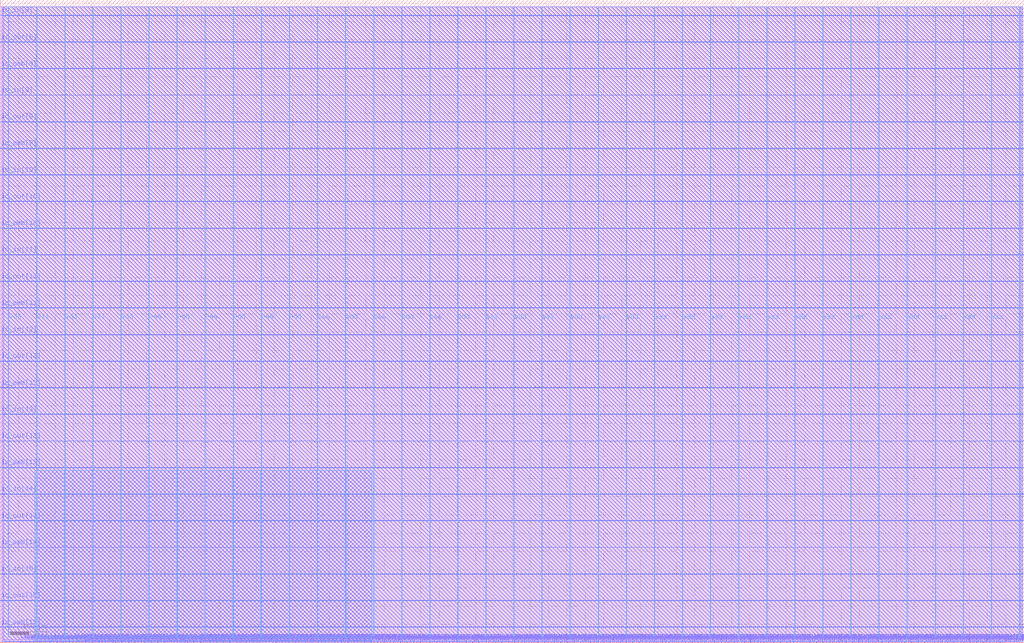
<source format=lef>
VERSION 5.7 ;
  NOWIREEXTENSIONATPIN ON ;
  DIVIDERCHAR "/" ;
  BUSBITCHARS "[]" ;
MACRO user_proj_example
  CLASS BLOCK ;
  FOREIGN user_proj_example ;
  ORIGIN 0.000 0.000 ;
  SIZE 2800.000 BY 1760.000 ;
  PIN io_in[0]
    DIRECTION INPUT ;
    USE SIGNAL ;
    PORT
      LAYER Metal3 ;
        RECT 2796.000 42.560 2800.000 43.120 ;
    END
  END io_in[0]
  PIN io_in[10]
    DIRECTION INPUT ;
    USE SIGNAL ;
    PORT
      LAYER Metal3 ;
        RECT 0.000 1280.160 4.000 1280.720 ;
    END
  END io_in[10]
  PIN io_in[11]
    DIRECTION INPUT ;
    USE SIGNAL ;
    PORT
      LAYER Metal3 ;
        RECT 0.000 1061.760 4.000 1062.320 ;
    END
  END io_in[11]
  PIN io_in[12]
    DIRECTION INPUT ;
    USE SIGNAL ;
    PORT
      LAYER Metal3 ;
        RECT 0.000 843.360 4.000 843.920 ;
    END
  END io_in[12]
  PIN io_in[13]
    DIRECTION INPUT ;
    USE SIGNAL ;
    PORT
      LAYER Metal3 ;
        RECT 0.000 624.960 4.000 625.520 ;
    END
  END io_in[13]
  PIN io_in[14]
    DIRECTION INPUT ;
    USE SIGNAL ;
    PORT
      LAYER Metal3 ;
        RECT 0.000 406.560 4.000 407.120 ;
    END
  END io_in[14]
  PIN io_in[15]
    DIRECTION INPUT ;
    USE SIGNAL ;
    PORT
      LAYER Metal3 ;
        RECT 0.000 188.160 4.000 188.720 ;
    END
  END io_in[15]
  PIN io_in[1]
    DIRECTION INPUT ;
    USE SIGNAL ;
    PORT
      LAYER Metal3 ;
        RECT 2796.000 260.960 2800.000 261.520 ;
    END
  END io_in[1]
  PIN io_in[2]
    DIRECTION INPUT ;
    USE SIGNAL ;
    PORT
      LAYER Metal3 ;
        RECT 2796.000 479.360 2800.000 479.920 ;
    END
  END io_in[2]
  PIN io_in[3]
    DIRECTION INPUT ;
    USE SIGNAL ;
    PORT
      LAYER Metal3 ;
        RECT 2796.000 697.760 2800.000 698.320 ;
    END
  END io_in[3]
  PIN io_in[4]
    DIRECTION INPUT ;
    USE SIGNAL ;
    PORT
      LAYER Metal3 ;
        RECT 2796.000 916.160 2800.000 916.720 ;
    END
  END io_in[4]
  PIN io_in[5]
    DIRECTION INPUT ;
    USE SIGNAL ;
    PORT
      LAYER Metal3 ;
        RECT 2796.000 1134.560 2800.000 1135.120 ;
    END
  END io_in[5]
  PIN io_in[6]
    DIRECTION INPUT ;
    USE SIGNAL ;
    PORT
      LAYER Metal3 ;
        RECT 2796.000 1352.960 2800.000 1353.520 ;
    END
  END io_in[6]
  PIN io_in[7]
    DIRECTION INPUT ;
    USE SIGNAL ;
    PORT
      LAYER Metal3 ;
        RECT 2796.000 1571.360 2800.000 1571.920 ;
    END
  END io_in[7]
  PIN io_in[8]
    DIRECTION INPUT ;
    USE SIGNAL ;
    PORT
      LAYER Metal3 ;
        RECT 0.000 1716.960 4.000 1717.520 ;
    END
  END io_in[8]
  PIN io_in[9]
    DIRECTION INPUT ;
    USE SIGNAL ;
    PORT
      LAYER Metal3 ;
        RECT 0.000 1498.560 4.000 1499.120 ;
    END
  END io_in[9]
  PIN io_oeb[0]
    DIRECTION OUTPUT TRISTATE ;
    USE SIGNAL ;
    ANTENNADIFFAREA 4.731200 ;
    PORT
      LAYER Metal3 ;
        RECT 2796.000 188.160 2800.000 188.720 ;
    END
  END io_oeb[0]
  PIN io_oeb[10]
    DIRECTION OUTPUT TRISTATE ;
    USE SIGNAL ;
    ANTENNADIFFAREA 4.731200 ;
    PORT
      LAYER Metal3 ;
        RECT 0.000 1134.560 4.000 1135.120 ;
    END
  END io_oeb[10]
  PIN io_oeb[11]
    DIRECTION OUTPUT TRISTATE ;
    USE SIGNAL ;
    ANTENNADIFFAREA 4.731200 ;
    PORT
      LAYER Metal3 ;
        RECT 0.000 916.160 4.000 916.720 ;
    END
  END io_oeb[11]
  PIN io_oeb[12]
    DIRECTION OUTPUT TRISTATE ;
    USE SIGNAL ;
    ANTENNADIFFAREA 4.731200 ;
    PORT
      LAYER Metal3 ;
        RECT 0.000 697.760 4.000 698.320 ;
    END
  END io_oeb[12]
  PIN io_oeb[13]
    DIRECTION OUTPUT TRISTATE ;
    USE SIGNAL ;
    ANTENNADIFFAREA 4.731200 ;
    PORT
      LAYER Metal3 ;
        RECT 0.000 479.360 4.000 479.920 ;
    END
  END io_oeb[13]
  PIN io_oeb[14]
    DIRECTION OUTPUT TRISTATE ;
    USE SIGNAL ;
    ANTENNADIFFAREA 4.731200 ;
    PORT
      LAYER Metal3 ;
        RECT 0.000 260.960 4.000 261.520 ;
    END
  END io_oeb[14]
  PIN io_oeb[15]
    DIRECTION OUTPUT TRISTATE ;
    USE SIGNAL ;
    ANTENNADIFFAREA 4.731200 ;
    PORT
      LAYER Metal3 ;
        RECT 0.000 42.560 4.000 43.120 ;
    END
  END io_oeb[15]
  PIN io_oeb[1]
    DIRECTION OUTPUT TRISTATE ;
    USE SIGNAL ;
    ANTENNADIFFAREA 4.731200 ;
    PORT
      LAYER Metal3 ;
        RECT 2796.000 406.560 2800.000 407.120 ;
    END
  END io_oeb[1]
  PIN io_oeb[2]
    DIRECTION OUTPUT TRISTATE ;
    USE SIGNAL ;
    ANTENNADIFFAREA 4.731200 ;
    PORT
      LAYER Metal3 ;
        RECT 2796.000 624.960 2800.000 625.520 ;
    END
  END io_oeb[2]
  PIN io_oeb[3]
    DIRECTION OUTPUT TRISTATE ;
    USE SIGNAL ;
    ANTENNADIFFAREA 4.731200 ;
    PORT
      LAYER Metal3 ;
        RECT 2796.000 843.360 2800.000 843.920 ;
    END
  END io_oeb[3]
  PIN io_oeb[4]
    DIRECTION OUTPUT TRISTATE ;
    USE SIGNAL ;
    ANTENNADIFFAREA 4.731200 ;
    PORT
      LAYER Metal3 ;
        RECT 2796.000 1061.760 2800.000 1062.320 ;
    END
  END io_oeb[4]
  PIN io_oeb[5]
    DIRECTION OUTPUT TRISTATE ;
    USE SIGNAL ;
    ANTENNADIFFAREA 4.731200 ;
    PORT
      LAYER Metal3 ;
        RECT 2796.000 1280.160 2800.000 1280.720 ;
    END
  END io_oeb[5]
  PIN io_oeb[6]
    DIRECTION OUTPUT TRISTATE ;
    USE SIGNAL ;
    ANTENNADIFFAREA 4.731200 ;
    PORT
      LAYER Metal3 ;
        RECT 2796.000 1498.560 2800.000 1499.120 ;
    END
  END io_oeb[6]
  PIN io_oeb[7]
    DIRECTION OUTPUT TRISTATE ;
    USE SIGNAL ;
    ANTENNADIFFAREA 4.731200 ;
    PORT
      LAYER Metal3 ;
        RECT 2796.000 1716.960 2800.000 1717.520 ;
    END
  END io_oeb[7]
  PIN io_oeb[8]
    DIRECTION OUTPUT TRISTATE ;
    USE SIGNAL ;
    ANTENNADIFFAREA 4.731200 ;
    PORT
      LAYER Metal3 ;
        RECT 0.000 1571.360 4.000 1571.920 ;
    END
  END io_oeb[8]
  PIN io_oeb[9]
    DIRECTION OUTPUT TRISTATE ;
    USE SIGNAL ;
    ANTENNADIFFAREA 4.731200 ;
    PORT
      LAYER Metal3 ;
        RECT 0.000 1352.960 4.000 1353.520 ;
    END
  END io_oeb[9]
  PIN io_out[0]
    DIRECTION OUTPUT TRISTATE ;
    USE SIGNAL ;
    ANTENNADIFFAREA 4.731200 ;
    PORT
      LAYER Metal3 ;
        RECT 2796.000 115.360 2800.000 115.920 ;
    END
  END io_out[0]
  PIN io_out[10]
    DIRECTION OUTPUT TRISTATE ;
    USE SIGNAL ;
    ANTENNADIFFAREA 4.731200 ;
    PORT
      LAYER Metal3 ;
        RECT 0.000 1207.360 4.000 1207.920 ;
    END
  END io_out[10]
  PIN io_out[11]
    DIRECTION OUTPUT TRISTATE ;
    USE SIGNAL ;
    ANTENNADIFFAREA 4.731200 ;
    PORT
      LAYER Metal3 ;
        RECT 0.000 988.960 4.000 989.520 ;
    END
  END io_out[11]
  PIN io_out[12]
    DIRECTION OUTPUT TRISTATE ;
    USE SIGNAL ;
    ANTENNADIFFAREA 4.731200 ;
    PORT
      LAYER Metal3 ;
        RECT 0.000 770.560 4.000 771.120 ;
    END
  END io_out[12]
  PIN io_out[13]
    DIRECTION OUTPUT TRISTATE ;
    USE SIGNAL ;
    ANTENNADIFFAREA 4.731200 ;
    PORT
      LAYER Metal3 ;
        RECT 0.000 552.160 4.000 552.720 ;
    END
  END io_out[13]
  PIN io_out[14]
    DIRECTION OUTPUT TRISTATE ;
    USE SIGNAL ;
    ANTENNADIFFAREA 4.731200 ;
    PORT
      LAYER Metal3 ;
        RECT 0.000 333.760 4.000 334.320 ;
    END
  END io_out[14]
  PIN io_out[15]
    DIRECTION OUTPUT TRISTATE ;
    USE SIGNAL ;
    ANTENNADIFFAREA 4.731200 ;
    PORT
      LAYER Metal3 ;
        RECT 0.000 115.360 4.000 115.920 ;
    END
  END io_out[15]
  PIN io_out[1]
    DIRECTION OUTPUT TRISTATE ;
    USE SIGNAL ;
    ANTENNADIFFAREA 4.731200 ;
    PORT
      LAYER Metal3 ;
        RECT 2796.000 333.760 2800.000 334.320 ;
    END
  END io_out[1]
  PIN io_out[2]
    DIRECTION OUTPUT TRISTATE ;
    USE SIGNAL ;
    ANTENNADIFFAREA 4.731200 ;
    PORT
      LAYER Metal3 ;
        RECT 2796.000 552.160 2800.000 552.720 ;
    END
  END io_out[2]
  PIN io_out[3]
    DIRECTION OUTPUT TRISTATE ;
    USE SIGNAL ;
    ANTENNADIFFAREA 4.731200 ;
    PORT
      LAYER Metal3 ;
        RECT 2796.000 770.560 2800.000 771.120 ;
    END
  END io_out[3]
  PIN io_out[4]
    DIRECTION OUTPUT TRISTATE ;
    USE SIGNAL ;
    ANTENNADIFFAREA 4.731200 ;
    PORT
      LAYER Metal3 ;
        RECT 2796.000 988.960 2800.000 989.520 ;
    END
  END io_out[4]
  PIN io_out[5]
    DIRECTION OUTPUT TRISTATE ;
    USE SIGNAL ;
    ANTENNADIFFAREA 4.731200 ;
    PORT
      LAYER Metal3 ;
        RECT 2796.000 1207.360 2800.000 1207.920 ;
    END
  END io_out[5]
  PIN io_out[6]
    DIRECTION OUTPUT TRISTATE ;
    USE SIGNAL ;
    ANTENNADIFFAREA 4.731200 ;
    PORT
      LAYER Metal3 ;
        RECT 2796.000 1425.760 2800.000 1426.320 ;
    END
  END io_out[6]
  PIN io_out[7]
    DIRECTION OUTPUT TRISTATE ;
    USE SIGNAL ;
    ANTENNADIFFAREA 4.731200 ;
    PORT
      LAYER Metal3 ;
        RECT 2796.000 1644.160 2800.000 1644.720 ;
    END
  END io_out[7]
  PIN io_out[8]
    DIRECTION OUTPUT TRISTATE ;
    USE SIGNAL ;
    ANTENNADIFFAREA 4.731200 ;
    PORT
      LAYER Metal3 ;
        RECT 0.000 1644.160 4.000 1644.720 ;
    END
  END io_out[8]
  PIN io_out[9]
    DIRECTION OUTPUT TRISTATE ;
    USE SIGNAL ;
    ANTENNADIFFAREA 4.731200 ;
    PORT
      LAYER Metal3 ;
        RECT 0.000 1425.760 4.000 1426.320 ;
    END
  END io_out[9]
  PIN irq[0]
    DIRECTION OUTPUT TRISTATE ;
    USE SIGNAL ;
    ANTENNADIFFAREA 0.360800 ;
    PORT
      LAYER Metal2 ;
        RECT 2724.960 0.000 2725.520 4.000 ;
    END
  END irq[0]
  PIN irq[1]
    DIRECTION OUTPUT TRISTATE ;
    USE SIGNAL ;
    ANTENNADIFFAREA 0.360800 ;
    PORT
      LAYER Metal2 ;
        RECT 2733.920 0.000 2734.480 4.000 ;
    END
  END irq[1]
  PIN irq[2]
    DIRECTION OUTPUT TRISTATE ;
    USE SIGNAL ;
    ANTENNADIFFAREA 0.360800 ;
    PORT
      LAYER Metal2 ;
        RECT 2742.880 0.000 2743.440 4.000 ;
    END
  END irq[2]
  PIN la_data_in[0]
    DIRECTION INPUT ;
    USE SIGNAL ;
    PORT
      LAYER Metal2 ;
        RECT 1004.640 0.000 1005.200 4.000 ;
    END
  END la_data_in[0]
  PIN la_data_in[10]
    DIRECTION INPUT ;
    USE SIGNAL ;
    PORT
      LAYER Metal2 ;
        RECT 1273.440 0.000 1274.000 4.000 ;
    END
  END la_data_in[10]
  PIN la_data_in[11]
    DIRECTION INPUT ;
    USE SIGNAL ;
    PORT
      LAYER Metal2 ;
        RECT 1300.320 0.000 1300.880 4.000 ;
    END
  END la_data_in[11]
  PIN la_data_in[12]
    DIRECTION INPUT ;
    USE SIGNAL ;
    PORT
      LAYER Metal2 ;
        RECT 1327.200 0.000 1327.760 4.000 ;
    END
  END la_data_in[12]
  PIN la_data_in[13]
    DIRECTION INPUT ;
    USE SIGNAL ;
    PORT
      LAYER Metal2 ;
        RECT 1354.080 0.000 1354.640 4.000 ;
    END
  END la_data_in[13]
  PIN la_data_in[14]
    DIRECTION INPUT ;
    USE SIGNAL ;
    PORT
      LAYER Metal2 ;
        RECT 1380.960 0.000 1381.520 4.000 ;
    END
  END la_data_in[14]
  PIN la_data_in[15]
    DIRECTION INPUT ;
    USE SIGNAL ;
    PORT
      LAYER Metal2 ;
        RECT 1407.840 0.000 1408.400 4.000 ;
    END
  END la_data_in[15]
  PIN la_data_in[16]
    DIRECTION INPUT ;
    USE SIGNAL ;
    PORT
      LAYER Metal2 ;
        RECT 1434.720 0.000 1435.280 4.000 ;
    END
  END la_data_in[16]
  PIN la_data_in[17]
    DIRECTION INPUT ;
    USE SIGNAL ;
    PORT
      LAYER Metal2 ;
        RECT 1461.600 0.000 1462.160 4.000 ;
    END
  END la_data_in[17]
  PIN la_data_in[18]
    DIRECTION INPUT ;
    USE SIGNAL ;
    PORT
      LAYER Metal2 ;
        RECT 1488.480 0.000 1489.040 4.000 ;
    END
  END la_data_in[18]
  PIN la_data_in[19]
    DIRECTION INPUT ;
    USE SIGNAL ;
    PORT
      LAYER Metal2 ;
        RECT 1515.360 0.000 1515.920 4.000 ;
    END
  END la_data_in[19]
  PIN la_data_in[1]
    DIRECTION INPUT ;
    USE SIGNAL ;
    PORT
      LAYER Metal2 ;
        RECT 1031.520 0.000 1032.080 4.000 ;
    END
  END la_data_in[1]
  PIN la_data_in[20]
    DIRECTION INPUT ;
    USE SIGNAL ;
    PORT
      LAYER Metal2 ;
        RECT 1542.240 0.000 1542.800 4.000 ;
    END
  END la_data_in[20]
  PIN la_data_in[21]
    DIRECTION INPUT ;
    USE SIGNAL ;
    PORT
      LAYER Metal2 ;
        RECT 1569.120 0.000 1569.680 4.000 ;
    END
  END la_data_in[21]
  PIN la_data_in[22]
    DIRECTION INPUT ;
    USE SIGNAL ;
    PORT
      LAYER Metal2 ;
        RECT 1596.000 0.000 1596.560 4.000 ;
    END
  END la_data_in[22]
  PIN la_data_in[23]
    DIRECTION INPUT ;
    USE SIGNAL ;
    PORT
      LAYER Metal2 ;
        RECT 1622.880 0.000 1623.440 4.000 ;
    END
  END la_data_in[23]
  PIN la_data_in[24]
    DIRECTION INPUT ;
    USE SIGNAL ;
    PORT
      LAYER Metal2 ;
        RECT 1649.760 0.000 1650.320 4.000 ;
    END
  END la_data_in[24]
  PIN la_data_in[25]
    DIRECTION INPUT ;
    USE SIGNAL ;
    PORT
      LAYER Metal2 ;
        RECT 1676.640 0.000 1677.200 4.000 ;
    END
  END la_data_in[25]
  PIN la_data_in[26]
    DIRECTION INPUT ;
    USE SIGNAL ;
    PORT
      LAYER Metal2 ;
        RECT 1703.520 0.000 1704.080 4.000 ;
    END
  END la_data_in[26]
  PIN la_data_in[27]
    DIRECTION INPUT ;
    USE SIGNAL ;
    PORT
      LAYER Metal2 ;
        RECT 1730.400 0.000 1730.960 4.000 ;
    END
  END la_data_in[27]
  PIN la_data_in[28]
    DIRECTION INPUT ;
    USE SIGNAL ;
    PORT
      LAYER Metal2 ;
        RECT 1757.280 0.000 1757.840 4.000 ;
    END
  END la_data_in[28]
  PIN la_data_in[29]
    DIRECTION INPUT ;
    USE SIGNAL ;
    PORT
      LAYER Metal2 ;
        RECT 1784.160 0.000 1784.720 4.000 ;
    END
  END la_data_in[29]
  PIN la_data_in[2]
    DIRECTION INPUT ;
    USE SIGNAL ;
    PORT
      LAYER Metal2 ;
        RECT 1058.400 0.000 1058.960 4.000 ;
    END
  END la_data_in[2]
  PIN la_data_in[30]
    DIRECTION INPUT ;
    USE SIGNAL ;
    PORT
      LAYER Metal2 ;
        RECT 1811.040 0.000 1811.600 4.000 ;
    END
  END la_data_in[30]
  PIN la_data_in[31]
    DIRECTION INPUT ;
    USE SIGNAL ;
    PORT
      LAYER Metal2 ;
        RECT 1837.920 0.000 1838.480 4.000 ;
    END
  END la_data_in[31]
  PIN la_data_in[32]
    DIRECTION INPUT ;
    USE SIGNAL ;
    PORT
      LAYER Metal2 ;
        RECT 1864.800 0.000 1865.360 4.000 ;
    END
  END la_data_in[32]
  PIN la_data_in[33]
    DIRECTION INPUT ;
    USE SIGNAL ;
    PORT
      LAYER Metal2 ;
        RECT 1891.680 0.000 1892.240 4.000 ;
    END
  END la_data_in[33]
  PIN la_data_in[34]
    DIRECTION INPUT ;
    USE SIGNAL ;
    PORT
      LAYER Metal2 ;
        RECT 1918.560 0.000 1919.120 4.000 ;
    END
  END la_data_in[34]
  PIN la_data_in[35]
    DIRECTION INPUT ;
    USE SIGNAL ;
    PORT
      LAYER Metal2 ;
        RECT 1945.440 0.000 1946.000 4.000 ;
    END
  END la_data_in[35]
  PIN la_data_in[36]
    DIRECTION INPUT ;
    USE SIGNAL ;
    PORT
      LAYER Metal2 ;
        RECT 1972.320 0.000 1972.880 4.000 ;
    END
  END la_data_in[36]
  PIN la_data_in[37]
    DIRECTION INPUT ;
    USE SIGNAL ;
    PORT
      LAYER Metal2 ;
        RECT 1999.200 0.000 1999.760 4.000 ;
    END
  END la_data_in[37]
  PIN la_data_in[38]
    DIRECTION INPUT ;
    USE SIGNAL ;
    PORT
      LAYER Metal2 ;
        RECT 2026.080 0.000 2026.640 4.000 ;
    END
  END la_data_in[38]
  PIN la_data_in[39]
    DIRECTION INPUT ;
    USE SIGNAL ;
    PORT
      LAYER Metal2 ;
        RECT 2052.960 0.000 2053.520 4.000 ;
    END
  END la_data_in[39]
  PIN la_data_in[3]
    DIRECTION INPUT ;
    USE SIGNAL ;
    PORT
      LAYER Metal2 ;
        RECT 1085.280 0.000 1085.840 4.000 ;
    END
  END la_data_in[3]
  PIN la_data_in[40]
    DIRECTION INPUT ;
    USE SIGNAL ;
    PORT
      LAYER Metal2 ;
        RECT 2079.840 0.000 2080.400 4.000 ;
    END
  END la_data_in[40]
  PIN la_data_in[41]
    DIRECTION INPUT ;
    USE SIGNAL ;
    PORT
      LAYER Metal2 ;
        RECT 2106.720 0.000 2107.280 4.000 ;
    END
  END la_data_in[41]
  PIN la_data_in[42]
    DIRECTION INPUT ;
    USE SIGNAL ;
    PORT
      LAYER Metal2 ;
        RECT 2133.600 0.000 2134.160 4.000 ;
    END
  END la_data_in[42]
  PIN la_data_in[43]
    DIRECTION INPUT ;
    USE SIGNAL ;
    PORT
      LAYER Metal2 ;
        RECT 2160.480 0.000 2161.040 4.000 ;
    END
  END la_data_in[43]
  PIN la_data_in[44]
    DIRECTION INPUT ;
    USE SIGNAL ;
    PORT
      LAYER Metal2 ;
        RECT 2187.360 0.000 2187.920 4.000 ;
    END
  END la_data_in[44]
  PIN la_data_in[45]
    DIRECTION INPUT ;
    USE SIGNAL ;
    PORT
      LAYER Metal2 ;
        RECT 2214.240 0.000 2214.800 4.000 ;
    END
  END la_data_in[45]
  PIN la_data_in[46]
    DIRECTION INPUT ;
    USE SIGNAL ;
    PORT
      LAYER Metal2 ;
        RECT 2241.120 0.000 2241.680 4.000 ;
    END
  END la_data_in[46]
  PIN la_data_in[47]
    DIRECTION INPUT ;
    USE SIGNAL ;
    PORT
      LAYER Metal2 ;
        RECT 2268.000 0.000 2268.560 4.000 ;
    END
  END la_data_in[47]
  PIN la_data_in[48]
    DIRECTION INPUT ;
    USE SIGNAL ;
    PORT
      LAYER Metal2 ;
        RECT 2294.880 0.000 2295.440 4.000 ;
    END
  END la_data_in[48]
  PIN la_data_in[49]
    DIRECTION INPUT ;
    USE SIGNAL ;
    PORT
      LAYER Metal2 ;
        RECT 2321.760 0.000 2322.320 4.000 ;
    END
  END la_data_in[49]
  PIN la_data_in[4]
    DIRECTION INPUT ;
    USE SIGNAL ;
    PORT
      LAYER Metal2 ;
        RECT 1112.160 0.000 1112.720 4.000 ;
    END
  END la_data_in[4]
  PIN la_data_in[50]
    DIRECTION INPUT ;
    USE SIGNAL ;
    PORT
      LAYER Metal2 ;
        RECT 2348.640 0.000 2349.200 4.000 ;
    END
  END la_data_in[50]
  PIN la_data_in[51]
    DIRECTION INPUT ;
    USE SIGNAL ;
    PORT
      LAYER Metal2 ;
        RECT 2375.520 0.000 2376.080 4.000 ;
    END
  END la_data_in[51]
  PIN la_data_in[52]
    DIRECTION INPUT ;
    USE SIGNAL ;
    PORT
      LAYER Metal2 ;
        RECT 2402.400 0.000 2402.960 4.000 ;
    END
  END la_data_in[52]
  PIN la_data_in[53]
    DIRECTION INPUT ;
    USE SIGNAL ;
    PORT
      LAYER Metal2 ;
        RECT 2429.280 0.000 2429.840 4.000 ;
    END
  END la_data_in[53]
  PIN la_data_in[54]
    DIRECTION INPUT ;
    USE SIGNAL ;
    PORT
      LAYER Metal2 ;
        RECT 2456.160 0.000 2456.720 4.000 ;
    END
  END la_data_in[54]
  PIN la_data_in[55]
    DIRECTION INPUT ;
    USE SIGNAL ;
    PORT
      LAYER Metal2 ;
        RECT 2483.040 0.000 2483.600 4.000 ;
    END
  END la_data_in[55]
  PIN la_data_in[56]
    DIRECTION INPUT ;
    USE SIGNAL ;
    PORT
      LAYER Metal2 ;
        RECT 2509.920 0.000 2510.480 4.000 ;
    END
  END la_data_in[56]
  PIN la_data_in[57]
    DIRECTION INPUT ;
    USE SIGNAL ;
    PORT
      LAYER Metal2 ;
        RECT 2536.800 0.000 2537.360 4.000 ;
    END
  END la_data_in[57]
  PIN la_data_in[58]
    DIRECTION INPUT ;
    USE SIGNAL ;
    PORT
      LAYER Metal2 ;
        RECT 2563.680 0.000 2564.240 4.000 ;
    END
  END la_data_in[58]
  PIN la_data_in[59]
    DIRECTION INPUT ;
    USE SIGNAL ;
    PORT
      LAYER Metal2 ;
        RECT 2590.560 0.000 2591.120 4.000 ;
    END
  END la_data_in[59]
  PIN la_data_in[5]
    DIRECTION INPUT ;
    USE SIGNAL ;
    PORT
      LAYER Metal2 ;
        RECT 1139.040 0.000 1139.600 4.000 ;
    END
  END la_data_in[5]
  PIN la_data_in[60]
    DIRECTION INPUT ;
    USE SIGNAL ;
    PORT
      LAYER Metal2 ;
        RECT 2617.440 0.000 2618.000 4.000 ;
    END
  END la_data_in[60]
  PIN la_data_in[61]
    DIRECTION INPUT ;
    USE SIGNAL ;
    PORT
      LAYER Metal2 ;
        RECT 2644.320 0.000 2644.880 4.000 ;
    END
  END la_data_in[61]
  PIN la_data_in[62]
    DIRECTION INPUT ;
    USE SIGNAL ;
    PORT
      LAYER Metal2 ;
        RECT 2671.200 0.000 2671.760 4.000 ;
    END
  END la_data_in[62]
  PIN la_data_in[63]
    DIRECTION INPUT ;
    USE SIGNAL ;
    PORT
      LAYER Metal2 ;
        RECT 2698.080 0.000 2698.640 4.000 ;
    END
  END la_data_in[63]
  PIN la_data_in[6]
    DIRECTION INPUT ;
    USE SIGNAL ;
    PORT
      LAYER Metal2 ;
        RECT 1165.920 0.000 1166.480 4.000 ;
    END
  END la_data_in[6]
  PIN la_data_in[7]
    DIRECTION INPUT ;
    USE SIGNAL ;
    PORT
      LAYER Metal2 ;
        RECT 1192.800 0.000 1193.360 4.000 ;
    END
  END la_data_in[7]
  PIN la_data_in[8]
    DIRECTION INPUT ;
    USE SIGNAL ;
    PORT
      LAYER Metal2 ;
        RECT 1219.680 0.000 1220.240 4.000 ;
    END
  END la_data_in[8]
  PIN la_data_in[9]
    DIRECTION INPUT ;
    USE SIGNAL ;
    PORT
      LAYER Metal2 ;
        RECT 1246.560 0.000 1247.120 4.000 ;
    END
  END la_data_in[9]
  PIN la_data_out[0]
    DIRECTION OUTPUT TRISTATE ;
    USE SIGNAL ;
    ANTENNADIFFAREA 4.731200 ;
    PORT
      LAYER Metal2 ;
        RECT 1013.600 0.000 1014.160 4.000 ;
    END
  END la_data_out[0]
  PIN la_data_out[10]
    DIRECTION OUTPUT TRISTATE ;
    USE SIGNAL ;
    ANTENNADIFFAREA 4.731200 ;
    PORT
      LAYER Metal2 ;
        RECT 1282.400 0.000 1282.960 4.000 ;
    END
  END la_data_out[10]
  PIN la_data_out[11]
    DIRECTION OUTPUT TRISTATE ;
    USE SIGNAL ;
    ANTENNADIFFAREA 4.731200 ;
    PORT
      LAYER Metal2 ;
        RECT 1309.280 0.000 1309.840 4.000 ;
    END
  END la_data_out[11]
  PIN la_data_out[12]
    DIRECTION OUTPUT TRISTATE ;
    USE SIGNAL ;
    ANTENNADIFFAREA 4.731200 ;
    PORT
      LAYER Metal2 ;
        RECT 1336.160 0.000 1336.720 4.000 ;
    END
  END la_data_out[12]
  PIN la_data_out[13]
    DIRECTION OUTPUT TRISTATE ;
    USE SIGNAL ;
    ANTENNADIFFAREA 4.731200 ;
    PORT
      LAYER Metal2 ;
        RECT 1363.040 0.000 1363.600 4.000 ;
    END
  END la_data_out[13]
  PIN la_data_out[14]
    DIRECTION OUTPUT TRISTATE ;
    USE SIGNAL ;
    ANTENNADIFFAREA 4.731200 ;
    PORT
      LAYER Metal2 ;
        RECT 1389.920 0.000 1390.480 4.000 ;
    END
  END la_data_out[14]
  PIN la_data_out[15]
    DIRECTION OUTPUT TRISTATE ;
    USE SIGNAL ;
    ANTENNADIFFAREA 4.731200 ;
    PORT
      LAYER Metal2 ;
        RECT 1416.800 0.000 1417.360 4.000 ;
    END
  END la_data_out[15]
  PIN la_data_out[16]
    DIRECTION OUTPUT TRISTATE ;
    USE SIGNAL ;
    ANTENNADIFFAREA 0.360800 ;
    PORT
      LAYER Metal2 ;
        RECT 1443.680 0.000 1444.240 4.000 ;
    END
  END la_data_out[16]
  PIN la_data_out[17]
    DIRECTION OUTPUT TRISTATE ;
    USE SIGNAL ;
    ANTENNADIFFAREA 0.360800 ;
    PORT
      LAYER Metal2 ;
        RECT 1470.560 0.000 1471.120 4.000 ;
    END
  END la_data_out[17]
  PIN la_data_out[18]
    DIRECTION OUTPUT TRISTATE ;
    USE SIGNAL ;
    ANTENNADIFFAREA 0.360800 ;
    PORT
      LAYER Metal2 ;
        RECT 1497.440 0.000 1498.000 4.000 ;
    END
  END la_data_out[18]
  PIN la_data_out[19]
    DIRECTION OUTPUT TRISTATE ;
    USE SIGNAL ;
    ANTENNADIFFAREA 0.360800 ;
    PORT
      LAYER Metal2 ;
        RECT 1524.320 0.000 1524.880 4.000 ;
    END
  END la_data_out[19]
  PIN la_data_out[1]
    DIRECTION OUTPUT TRISTATE ;
    USE SIGNAL ;
    ANTENNADIFFAREA 4.731200 ;
    PORT
      LAYER Metal2 ;
        RECT 1040.480 0.000 1041.040 4.000 ;
    END
  END la_data_out[1]
  PIN la_data_out[20]
    DIRECTION OUTPUT TRISTATE ;
    USE SIGNAL ;
    ANTENNADIFFAREA 0.360800 ;
    PORT
      LAYER Metal2 ;
        RECT 1551.200 0.000 1551.760 4.000 ;
    END
  END la_data_out[20]
  PIN la_data_out[21]
    DIRECTION OUTPUT TRISTATE ;
    USE SIGNAL ;
    ANTENNADIFFAREA 0.360800 ;
    PORT
      LAYER Metal2 ;
        RECT 1578.080 0.000 1578.640 4.000 ;
    END
  END la_data_out[21]
  PIN la_data_out[22]
    DIRECTION OUTPUT TRISTATE ;
    USE SIGNAL ;
    ANTENNADIFFAREA 0.360800 ;
    PORT
      LAYER Metal2 ;
        RECT 1604.960 0.000 1605.520 4.000 ;
    END
  END la_data_out[22]
  PIN la_data_out[23]
    DIRECTION OUTPUT TRISTATE ;
    USE SIGNAL ;
    ANTENNADIFFAREA 0.360800 ;
    PORT
      LAYER Metal2 ;
        RECT 1631.840 0.000 1632.400 4.000 ;
    END
  END la_data_out[23]
  PIN la_data_out[24]
    DIRECTION OUTPUT TRISTATE ;
    USE SIGNAL ;
    ANTENNADIFFAREA 0.360800 ;
    PORT
      LAYER Metal2 ;
        RECT 1658.720 0.000 1659.280 4.000 ;
    END
  END la_data_out[24]
  PIN la_data_out[25]
    DIRECTION OUTPUT TRISTATE ;
    USE SIGNAL ;
    ANTENNADIFFAREA 0.360800 ;
    PORT
      LAYER Metal2 ;
        RECT 1685.600 0.000 1686.160 4.000 ;
    END
  END la_data_out[25]
  PIN la_data_out[26]
    DIRECTION OUTPUT TRISTATE ;
    USE SIGNAL ;
    ANTENNADIFFAREA 0.360800 ;
    PORT
      LAYER Metal2 ;
        RECT 1712.480 0.000 1713.040 4.000 ;
    END
  END la_data_out[26]
  PIN la_data_out[27]
    DIRECTION OUTPUT TRISTATE ;
    USE SIGNAL ;
    ANTENNADIFFAREA 0.360800 ;
    PORT
      LAYER Metal2 ;
        RECT 1739.360 0.000 1739.920 4.000 ;
    END
  END la_data_out[27]
  PIN la_data_out[28]
    DIRECTION OUTPUT TRISTATE ;
    USE SIGNAL ;
    ANTENNADIFFAREA 0.360800 ;
    PORT
      LAYER Metal2 ;
        RECT 1766.240 0.000 1766.800 4.000 ;
    END
  END la_data_out[28]
  PIN la_data_out[29]
    DIRECTION OUTPUT TRISTATE ;
    USE SIGNAL ;
    ANTENNADIFFAREA 0.360800 ;
    PORT
      LAYER Metal2 ;
        RECT 1793.120 0.000 1793.680 4.000 ;
    END
  END la_data_out[29]
  PIN la_data_out[2]
    DIRECTION OUTPUT TRISTATE ;
    USE SIGNAL ;
    ANTENNADIFFAREA 4.731200 ;
    PORT
      LAYER Metal2 ;
        RECT 1067.360 0.000 1067.920 4.000 ;
    END
  END la_data_out[2]
  PIN la_data_out[30]
    DIRECTION OUTPUT TRISTATE ;
    USE SIGNAL ;
    ANTENNADIFFAREA 0.360800 ;
    PORT
      LAYER Metal2 ;
        RECT 1820.000 0.000 1820.560 4.000 ;
    END
  END la_data_out[30]
  PIN la_data_out[31]
    DIRECTION OUTPUT TRISTATE ;
    USE SIGNAL ;
    ANTENNADIFFAREA 0.360800 ;
    PORT
      LAYER Metal2 ;
        RECT 1846.880 0.000 1847.440 4.000 ;
    END
  END la_data_out[31]
  PIN la_data_out[32]
    DIRECTION OUTPUT TRISTATE ;
    USE SIGNAL ;
    ANTENNADIFFAREA 0.360800 ;
    PORT
      LAYER Metal2 ;
        RECT 1873.760 0.000 1874.320 4.000 ;
    END
  END la_data_out[32]
  PIN la_data_out[33]
    DIRECTION OUTPUT TRISTATE ;
    USE SIGNAL ;
    ANTENNADIFFAREA 0.360800 ;
    PORT
      LAYER Metal2 ;
        RECT 1900.640 0.000 1901.200 4.000 ;
    END
  END la_data_out[33]
  PIN la_data_out[34]
    DIRECTION OUTPUT TRISTATE ;
    USE SIGNAL ;
    ANTENNADIFFAREA 0.360800 ;
    PORT
      LAYER Metal2 ;
        RECT 1927.520 0.000 1928.080 4.000 ;
    END
  END la_data_out[34]
  PIN la_data_out[35]
    DIRECTION OUTPUT TRISTATE ;
    USE SIGNAL ;
    ANTENNADIFFAREA 0.360800 ;
    PORT
      LAYER Metal2 ;
        RECT 1954.400 0.000 1954.960 4.000 ;
    END
  END la_data_out[35]
  PIN la_data_out[36]
    DIRECTION OUTPUT TRISTATE ;
    USE SIGNAL ;
    ANTENNADIFFAREA 0.360800 ;
    PORT
      LAYER Metal2 ;
        RECT 1981.280 0.000 1981.840 4.000 ;
    END
  END la_data_out[36]
  PIN la_data_out[37]
    DIRECTION OUTPUT TRISTATE ;
    USE SIGNAL ;
    ANTENNADIFFAREA 0.360800 ;
    PORT
      LAYER Metal2 ;
        RECT 2008.160 0.000 2008.720 4.000 ;
    END
  END la_data_out[37]
  PIN la_data_out[38]
    DIRECTION OUTPUT TRISTATE ;
    USE SIGNAL ;
    ANTENNADIFFAREA 0.360800 ;
    PORT
      LAYER Metal2 ;
        RECT 2035.040 0.000 2035.600 4.000 ;
    END
  END la_data_out[38]
  PIN la_data_out[39]
    DIRECTION OUTPUT TRISTATE ;
    USE SIGNAL ;
    ANTENNADIFFAREA 0.360800 ;
    PORT
      LAYER Metal2 ;
        RECT 2061.920 0.000 2062.480 4.000 ;
    END
  END la_data_out[39]
  PIN la_data_out[3]
    DIRECTION OUTPUT TRISTATE ;
    USE SIGNAL ;
    ANTENNADIFFAREA 4.731200 ;
    PORT
      LAYER Metal2 ;
        RECT 1094.240 0.000 1094.800 4.000 ;
    END
  END la_data_out[3]
  PIN la_data_out[40]
    DIRECTION OUTPUT TRISTATE ;
    USE SIGNAL ;
    ANTENNADIFFAREA 0.360800 ;
    PORT
      LAYER Metal2 ;
        RECT 2088.800 0.000 2089.360 4.000 ;
    END
  END la_data_out[40]
  PIN la_data_out[41]
    DIRECTION OUTPUT TRISTATE ;
    USE SIGNAL ;
    ANTENNADIFFAREA 0.360800 ;
    PORT
      LAYER Metal2 ;
        RECT 2115.680 0.000 2116.240 4.000 ;
    END
  END la_data_out[41]
  PIN la_data_out[42]
    DIRECTION OUTPUT TRISTATE ;
    USE SIGNAL ;
    ANTENNADIFFAREA 0.360800 ;
    PORT
      LAYER Metal2 ;
        RECT 2142.560 0.000 2143.120 4.000 ;
    END
  END la_data_out[42]
  PIN la_data_out[43]
    DIRECTION OUTPUT TRISTATE ;
    USE SIGNAL ;
    ANTENNADIFFAREA 0.360800 ;
    PORT
      LAYER Metal2 ;
        RECT 2169.440 0.000 2170.000 4.000 ;
    END
  END la_data_out[43]
  PIN la_data_out[44]
    DIRECTION OUTPUT TRISTATE ;
    USE SIGNAL ;
    ANTENNADIFFAREA 0.360800 ;
    PORT
      LAYER Metal2 ;
        RECT 2196.320 0.000 2196.880 4.000 ;
    END
  END la_data_out[44]
  PIN la_data_out[45]
    DIRECTION OUTPUT TRISTATE ;
    USE SIGNAL ;
    ANTENNADIFFAREA 0.360800 ;
    PORT
      LAYER Metal2 ;
        RECT 2223.200 0.000 2223.760 4.000 ;
    END
  END la_data_out[45]
  PIN la_data_out[46]
    DIRECTION OUTPUT TRISTATE ;
    USE SIGNAL ;
    ANTENNADIFFAREA 0.360800 ;
    PORT
      LAYER Metal2 ;
        RECT 2250.080 0.000 2250.640 4.000 ;
    END
  END la_data_out[46]
  PIN la_data_out[47]
    DIRECTION OUTPUT TRISTATE ;
    USE SIGNAL ;
    ANTENNADIFFAREA 0.360800 ;
    PORT
      LAYER Metal2 ;
        RECT 2276.960 0.000 2277.520 4.000 ;
    END
  END la_data_out[47]
  PIN la_data_out[48]
    DIRECTION OUTPUT TRISTATE ;
    USE SIGNAL ;
    ANTENNADIFFAREA 0.360800 ;
    PORT
      LAYER Metal2 ;
        RECT 2303.840 0.000 2304.400 4.000 ;
    END
  END la_data_out[48]
  PIN la_data_out[49]
    DIRECTION OUTPUT TRISTATE ;
    USE SIGNAL ;
    ANTENNADIFFAREA 0.360800 ;
    PORT
      LAYER Metal2 ;
        RECT 2330.720 0.000 2331.280 4.000 ;
    END
  END la_data_out[49]
  PIN la_data_out[4]
    DIRECTION OUTPUT TRISTATE ;
    USE SIGNAL ;
    ANTENNADIFFAREA 4.731200 ;
    PORT
      LAYER Metal2 ;
        RECT 1121.120 0.000 1121.680 4.000 ;
    END
  END la_data_out[4]
  PIN la_data_out[50]
    DIRECTION OUTPUT TRISTATE ;
    USE SIGNAL ;
    ANTENNADIFFAREA 0.360800 ;
    PORT
      LAYER Metal2 ;
        RECT 2357.600 0.000 2358.160 4.000 ;
    END
  END la_data_out[50]
  PIN la_data_out[51]
    DIRECTION OUTPUT TRISTATE ;
    USE SIGNAL ;
    ANTENNADIFFAREA 0.360800 ;
    PORT
      LAYER Metal2 ;
        RECT 2384.480 0.000 2385.040 4.000 ;
    END
  END la_data_out[51]
  PIN la_data_out[52]
    DIRECTION OUTPUT TRISTATE ;
    USE SIGNAL ;
    ANTENNADIFFAREA 0.360800 ;
    PORT
      LAYER Metal2 ;
        RECT 2411.360 0.000 2411.920 4.000 ;
    END
  END la_data_out[52]
  PIN la_data_out[53]
    DIRECTION OUTPUT TRISTATE ;
    USE SIGNAL ;
    ANTENNADIFFAREA 0.360800 ;
    PORT
      LAYER Metal2 ;
        RECT 2438.240 0.000 2438.800 4.000 ;
    END
  END la_data_out[53]
  PIN la_data_out[54]
    DIRECTION OUTPUT TRISTATE ;
    USE SIGNAL ;
    ANTENNADIFFAREA 0.360800 ;
    PORT
      LAYER Metal2 ;
        RECT 2465.120 0.000 2465.680 4.000 ;
    END
  END la_data_out[54]
  PIN la_data_out[55]
    DIRECTION OUTPUT TRISTATE ;
    USE SIGNAL ;
    ANTENNADIFFAREA 0.360800 ;
    PORT
      LAYER Metal2 ;
        RECT 2492.000 0.000 2492.560 4.000 ;
    END
  END la_data_out[55]
  PIN la_data_out[56]
    DIRECTION OUTPUT TRISTATE ;
    USE SIGNAL ;
    ANTENNADIFFAREA 0.360800 ;
    PORT
      LAYER Metal2 ;
        RECT 2518.880 0.000 2519.440 4.000 ;
    END
  END la_data_out[56]
  PIN la_data_out[57]
    DIRECTION OUTPUT TRISTATE ;
    USE SIGNAL ;
    ANTENNADIFFAREA 0.360800 ;
    PORT
      LAYER Metal2 ;
        RECT 2545.760 0.000 2546.320 4.000 ;
    END
  END la_data_out[57]
  PIN la_data_out[58]
    DIRECTION OUTPUT TRISTATE ;
    USE SIGNAL ;
    ANTENNADIFFAREA 0.360800 ;
    PORT
      LAYER Metal2 ;
        RECT 2572.640 0.000 2573.200 4.000 ;
    END
  END la_data_out[58]
  PIN la_data_out[59]
    DIRECTION OUTPUT TRISTATE ;
    USE SIGNAL ;
    ANTENNADIFFAREA 0.360800 ;
    PORT
      LAYER Metal2 ;
        RECT 2599.520 0.000 2600.080 4.000 ;
    END
  END la_data_out[59]
  PIN la_data_out[5]
    DIRECTION OUTPUT TRISTATE ;
    USE SIGNAL ;
    ANTENNADIFFAREA 4.731200 ;
    PORT
      LAYER Metal2 ;
        RECT 1148.000 0.000 1148.560 4.000 ;
    END
  END la_data_out[5]
  PIN la_data_out[60]
    DIRECTION OUTPUT TRISTATE ;
    USE SIGNAL ;
    ANTENNADIFFAREA 0.360800 ;
    PORT
      LAYER Metal2 ;
        RECT 2626.400 0.000 2626.960 4.000 ;
    END
  END la_data_out[60]
  PIN la_data_out[61]
    DIRECTION OUTPUT TRISTATE ;
    USE SIGNAL ;
    ANTENNADIFFAREA 0.360800 ;
    PORT
      LAYER Metal2 ;
        RECT 2653.280 0.000 2653.840 4.000 ;
    END
  END la_data_out[61]
  PIN la_data_out[62]
    DIRECTION OUTPUT TRISTATE ;
    USE SIGNAL ;
    ANTENNADIFFAREA 0.360800 ;
    PORT
      LAYER Metal2 ;
        RECT 2680.160 0.000 2680.720 4.000 ;
    END
  END la_data_out[62]
  PIN la_data_out[63]
    DIRECTION OUTPUT TRISTATE ;
    USE SIGNAL ;
    ANTENNADIFFAREA 0.360800 ;
    PORT
      LAYER Metal2 ;
        RECT 2707.040 0.000 2707.600 4.000 ;
    END
  END la_data_out[63]
  PIN la_data_out[6]
    DIRECTION OUTPUT TRISTATE ;
    USE SIGNAL ;
    ANTENNADIFFAREA 4.731200 ;
    PORT
      LAYER Metal2 ;
        RECT 1174.880 0.000 1175.440 4.000 ;
    END
  END la_data_out[6]
  PIN la_data_out[7]
    DIRECTION OUTPUT TRISTATE ;
    USE SIGNAL ;
    ANTENNADIFFAREA 4.731200 ;
    PORT
      LAYER Metal2 ;
        RECT 1201.760 0.000 1202.320 4.000 ;
    END
  END la_data_out[7]
  PIN la_data_out[8]
    DIRECTION OUTPUT TRISTATE ;
    USE SIGNAL ;
    ANTENNADIFFAREA 4.731200 ;
    PORT
      LAYER Metal2 ;
        RECT 1228.640 0.000 1229.200 4.000 ;
    END
  END la_data_out[8]
  PIN la_data_out[9]
    DIRECTION OUTPUT TRISTATE ;
    USE SIGNAL ;
    ANTENNADIFFAREA 4.731200 ;
    PORT
      LAYER Metal2 ;
        RECT 1255.520 0.000 1256.080 4.000 ;
    END
  END la_data_out[9]
  PIN la_oenb[0]
    DIRECTION INPUT ;
    USE SIGNAL ;
    PORT
      LAYER Metal2 ;
        RECT 1022.560 0.000 1023.120 4.000 ;
    END
  END la_oenb[0]
  PIN la_oenb[10]
    DIRECTION INPUT ;
    USE SIGNAL ;
    PORT
      LAYER Metal2 ;
        RECT 1291.360 0.000 1291.920 4.000 ;
    END
  END la_oenb[10]
  PIN la_oenb[11]
    DIRECTION INPUT ;
    USE SIGNAL ;
    PORT
      LAYER Metal2 ;
        RECT 1318.240 0.000 1318.800 4.000 ;
    END
  END la_oenb[11]
  PIN la_oenb[12]
    DIRECTION INPUT ;
    USE SIGNAL ;
    PORT
      LAYER Metal2 ;
        RECT 1345.120 0.000 1345.680 4.000 ;
    END
  END la_oenb[12]
  PIN la_oenb[13]
    DIRECTION INPUT ;
    USE SIGNAL ;
    PORT
      LAYER Metal2 ;
        RECT 1372.000 0.000 1372.560 4.000 ;
    END
  END la_oenb[13]
  PIN la_oenb[14]
    DIRECTION INPUT ;
    USE SIGNAL ;
    PORT
      LAYER Metal2 ;
        RECT 1398.880 0.000 1399.440 4.000 ;
    END
  END la_oenb[14]
  PIN la_oenb[15]
    DIRECTION INPUT ;
    USE SIGNAL ;
    PORT
      LAYER Metal2 ;
        RECT 1425.760 0.000 1426.320 4.000 ;
    END
  END la_oenb[15]
  PIN la_oenb[16]
    DIRECTION INPUT ;
    USE SIGNAL ;
    PORT
      LAYER Metal2 ;
        RECT 1452.640 0.000 1453.200 4.000 ;
    END
  END la_oenb[16]
  PIN la_oenb[17]
    DIRECTION INPUT ;
    USE SIGNAL ;
    PORT
      LAYER Metal2 ;
        RECT 1479.520 0.000 1480.080 4.000 ;
    END
  END la_oenb[17]
  PIN la_oenb[18]
    DIRECTION INPUT ;
    USE SIGNAL ;
    PORT
      LAYER Metal2 ;
        RECT 1506.400 0.000 1506.960 4.000 ;
    END
  END la_oenb[18]
  PIN la_oenb[19]
    DIRECTION INPUT ;
    USE SIGNAL ;
    PORT
      LAYER Metal2 ;
        RECT 1533.280 0.000 1533.840 4.000 ;
    END
  END la_oenb[19]
  PIN la_oenb[1]
    DIRECTION INPUT ;
    USE SIGNAL ;
    PORT
      LAYER Metal2 ;
        RECT 1049.440 0.000 1050.000 4.000 ;
    END
  END la_oenb[1]
  PIN la_oenb[20]
    DIRECTION INPUT ;
    USE SIGNAL ;
    PORT
      LAYER Metal2 ;
        RECT 1560.160 0.000 1560.720 4.000 ;
    END
  END la_oenb[20]
  PIN la_oenb[21]
    DIRECTION INPUT ;
    USE SIGNAL ;
    PORT
      LAYER Metal2 ;
        RECT 1587.040 0.000 1587.600 4.000 ;
    END
  END la_oenb[21]
  PIN la_oenb[22]
    DIRECTION INPUT ;
    USE SIGNAL ;
    PORT
      LAYER Metal2 ;
        RECT 1613.920 0.000 1614.480 4.000 ;
    END
  END la_oenb[22]
  PIN la_oenb[23]
    DIRECTION INPUT ;
    USE SIGNAL ;
    PORT
      LAYER Metal2 ;
        RECT 1640.800 0.000 1641.360 4.000 ;
    END
  END la_oenb[23]
  PIN la_oenb[24]
    DIRECTION INPUT ;
    USE SIGNAL ;
    PORT
      LAYER Metal2 ;
        RECT 1667.680 0.000 1668.240 4.000 ;
    END
  END la_oenb[24]
  PIN la_oenb[25]
    DIRECTION INPUT ;
    USE SIGNAL ;
    PORT
      LAYER Metal2 ;
        RECT 1694.560 0.000 1695.120 4.000 ;
    END
  END la_oenb[25]
  PIN la_oenb[26]
    DIRECTION INPUT ;
    USE SIGNAL ;
    PORT
      LAYER Metal2 ;
        RECT 1721.440 0.000 1722.000 4.000 ;
    END
  END la_oenb[26]
  PIN la_oenb[27]
    DIRECTION INPUT ;
    USE SIGNAL ;
    PORT
      LAYER Metal2 ;
        RECT 1748.320 0.000 1748.880 4.000 ;
    END
  END la_oenb[27]
  PIN la_oenb[28]
    DIRECTION INPUT ;
    USE SIGNAL ;
    PORT
      LAYER Metal2 ;
        RECT 1775.200 0.000 1775.760 4.000 ;
    END
  END la_oenb[28]
  PIN la_oenb[29]
    DIRECTION INPUT ;
    USE SIGNAL ;
    PORT
      LAYER Metal2 ;
        RECT 1802.080 0.000 1802.640 4.000 ;
    END
  END la_oenb[29]
  PIN la_oenb[2]
    DIRECTION INPUT ;
    USE SIGNAL ;
    PORT
      LAYER Metal2 ;
        RECT 1076.320 0.000 1076.880 4.000 ;
    END
  END la_oenb[2]
  PIN la_oenb[30]
    DIRECTION INPUT ;
    USE SIGNAL ;
    PORT
      LAYER Metal2 ;
        RECT 1828.960 0.000 1829.520 4.000 ;
    END
  END la_oenb[30]
  PIN la_oenb[31]
    DIRECTION INPUT ;
    USE SIGNAL ;
    PORT
      LAYER Metal2 ;
        RECT 1855.840 0.000 1856.400 4.000 ;
    END
  END la_oenb[31]
  PIN la_oenb[32]
    DIRECTION INPUT ;
    USE SIGNAL ;
    PORT
      LAYER Metal2 ;
        RECT 1882.720 0.000 1883.280 4.000 ;
    END
  END la_oenb[32]
  PIN la_oenb[33]
    DIRECTION INPUT ;
    USE SIGNAL ;
    PORT
      LAYER Metal2 ;
        RECT 1909.600 0.000 1910.160 4.000 ;
    END
  END la_oenb[33]
  PIN la_oenb[34]
    DIRECTION INPUT ;
    USE SIGNAL ;
    PORT
      LAYER Metal2 ;
        RECT 1936.480 0.000 1937.040 4.000 ;
    END
  END la_oenb[34]
  PIN la_oenb[35]
    DIRECTION INPUT ;
    USE SIGNAL ;
    PORT
      LAYER Metal2 ;
        RECT 1963.360 0.000 1963.920 4.000 ;
    END
  END la_oenb[35]
  PIN la_oenb[36]
    DIRECTION INPUT ;
    USE SIGNAL ;
    PORT
      LAYER Metal2 ;
        RECT 1990.240 0.000 1990.800 4.000 ;
    END
  END la_oenb[36]
  PIN la_oenb[37]
    DIRECTION INPUT ;
    USE SIGNAL ;
    PORT
      LAYER Metal2 ;
        RECT 2017.120 0.000 2017.680 4.000 ;
    END
  END la_oenb[37]
  PIN la_oenb[38]
    DIRECTION INPUT ;
    USE SIGNAL ;
    PORT
      LAYER Metal2 ;
        RECT 2044.000 0.000 2044.560 4.000 ;
    END
  END la_oenb[38]
  PIN la_oenb[39]
    DIRECTION INPUT ;
    USE SIGNAL ;
    PORT
      LAYER Metal2 ;
        RECT 2070.880 0.000 2071.440 4.000 ;
    END
  END la_oenb[39]
  PIN la_oenb[3]
    DIRECTION INPUT ;
    USE SIGNAL ;
    PORT
      LAYER Metal2 ;
        RECT 1103.200 0.000 1103.760 4.000 ;
    END
  END la_oenb[3]
  PIN la_oenb[40]
    DIRECTION INPUT ;
    USE SIGNAL ;
    PORT
      LAYER Metal2 ;
        RECT 2097.760 0.000 2098.320 4.000 ;
    END
  END la_oenb[40]
  PIN la_oenb[41]
    DIRECTION INPUT ;
    USE SIGNAL ;
    PORT
      LAYER Metal2 ;
        RECT 2124.640 0.000 2125.200 4.000 ;
    END
  END la_oenb[41]
  PIN la_oenb[42]
    DIRECTION INPUT ;
    USE SIGNAL ;
    PORT
      LAYER Metal2 ;
        RECT 2151.520 0.000 2152.080 4.000 ;
    END
  END la_oenb[42]
  PIN la_oenb[43]
    DIRECTION INPUT ;
    USE SIGNAL ;
    PORT
      LAYER Metal2 ;
        RECT 2178.400 0.000 2178.960 4.000 ;
    END
  END la_oenb[43]
  PIN la_oenb[44]
    DIRECTION INPUT ;
    USE SIGNAL ;
    PORT
      LAYER Metal2 ;
        RECT 2205.280 0.000 2205.840 4.000 ;
    END
  END la_oenb[44]
  PIN la_oenb[45]
    DIRECTION INPUT ;
    USE SIGNAL ;
    PORT
      LAYER Metal2 ;
        RECT 2232.160 0.000 2232.720 4.000 ;
    END
  END la_oenb[45]
  PIN la_oenb[46]
    DIRECTION INPUT ;
    USE SIGNAL ;
    PORT
      LAYER Metal2 ;
        RECT 2259.040 0.000 2259.600 4.000 ;
    END
  END la_oenb[46]
  PIN la_oenb[47]
    DIRECTION INPUT ;
    USE SIGNAL ;
    PORT
      LAYER Metal2 ;
        RECT 2285.920 0.000 2286.480 4.000 ;
    END
  END la_oenb[47]
  PIN la_oenb[48]
    DIRECTION INPUT ;
    USE SIGNAL ;
    PORT
      LAYER Metal2 ;
        RECT 2312.800 0.000 2313.360 4.000 ;
    END
  END la_oenb[48]
  PIN la_oenb[49]
    DIRECTION INPUT ;
    USE SIGNAL ;
    PORT
      LAYER Metal2 ;
        RECT 2339.680 0.000 2340.240 4.000 ;
    END
  END la_oenb[49]
  PIN la_oenb[4]
    DIRECTION INPUT ;
    USE SIGNAL ;
    PORT
      LAYER Metal2 ;
        RECT 1130.080 0.000 1130.640 4.000 ;
    END
  END la_oenb[4]
  PIN la_oenb[50]
    DIRECTION INPUT ;
    USE SIGNAL ;
    PORT
      LAYER Metal2 ;
        RECT 2366.560 0.000 2367.120 4.000 ;
    END
  END la_oenb[50]
  PIN la_oenb[51]
    DIRECTION INPUT ;
    USE SIGNAL ;
    PORT
      LAYER Metal2 ;
        RECT 2393.440 0.000 2394.000 4.000 ;
    END
  END la_oenb[51]
  PIN la_oenb[52]
    DIRECTION INPUT ;
    USE SIGNAL ;
    PORT
      LAYER Metal2 ;
        RECT 2420.320 0.000 2420.880 4.000 ;
    END
  END la_oenb[52]
  PIN la_oenb[53]
    DIRECTION INPUT ;
    USE SIGNAL ;
    PORT
      LAYER Metal2 ;
        RECT 2447.200 0.000 2447.760 4.000 ;
    END
  END la_oenb[53]
  PIN la_oenb[54]
    DIRECTION INPUT ;
    USE SIGNAL ;
    PORT
      LAYER Metal2 ;
        RECT 2474.080 0.000 2474.640 4.000 ;
    END
  END la_oenb[54]
  PIN la_oenb[55]
    DIRECTION INPUT ;
    USE SIGNAL ;
    PORT
      LAYER Metal2 ;
        RECT 2500.960 0.000 2501.520 4.000 ;
    END
  END la_oenb[55]
  PIN la_oenb[56]
    DIRECTION INPUT ;
    USE SIGNAL ;
    PORT
      LAYER Metal2 ;
        RECT 2527.840 0.000 2528.400 4.000 ;
    END
  END la_oenb[56]
  PIN la_oenb[57]
    DIRECTION INPUT ;
    USE SIGNAL ;
    PORT
      LAYER Metal2 ;
        RECT 2554.720 0.000 2555.280 4.000 ;
    END
  END la_oenb[57]
  PIN la_oenb[58]
    DIRECTION INPUT ;
    USE SIGNAL ;
    PORT
      LAYER Metal2 ;
        RECT 2581.600 0.000 2582.160 4.000 ;
    END
  END la_oenb[58]
  PIN la_oenb[59]
    DIRECTION INPUT ;
    USE SIGNAL ;
    PORT
      LAYER Metal2 ;
        RECT 2608.480 0.000 2609.040 4.000 ;
    END
  END la_oenb[59]
  PIN la_oenb[5]
    DIRECTION INPUT ;
    USE SIGNAL ;
    PORT
      LAYER Metal2 ;
        RECT 1156.960 0.000 1157.520 4.000 ;
    END
  END la_oenb[5]
  PIN la_oenb[60]
    DIRECTION INPUT ;
    USE SIGNAL ;
    PORT
      LAYER Metal2 ;
        RECT 2635.360 0.000 2635.920 4.000 ;
    END
  END la_oenb[60]
  PIN la_oenb[61]
    DIRECTION INPUT ;
    USE SIGNAL ;
    PORT
      LAYER Metal2 ;
        RECT 2662.240 0.000 2662.800 4.000 ;
    END
  END la_oenb[61]
  PIN la_oenb[62]
    DIRECTION INPUT ;
    USE SIGNAL ;
    PORT
      LAYER Metal2 ;
        RECT 2689.120 0.000 2689.680 4.000 ;
    END
  END la_oenb[62]
  PIN la_oenb[63]
    DIRECTION INPUT ;
    USE SIGNAL ;
    PORT
      LAYER Metal2 ;
        RECT 2716.000 0.000 2716.560 4.000 ;
    END
  END la_oenb[63]
  PIN la_oenb[6]
    DIRECTION INPUT ;
    USE SIGNAL ;
    PORT
      LAYER Metal2 ;
        RECT 1183.840 0.000 1184.400 4.000 ;
    END
  END la_oenb[6]
  PIN la_oenb[7]
    DIRECTION INPUT ;
    USE SIGNAL ;
    PORT
      LAYER Metal2 ;
        RECT 1210.720 0.000 1211.280 4.000 ;
    END
  END la_oenb[7]
  PIN la_oenb[8]
    DIRECTION INPUT ;
    USE SIGNAL ;
    PORT
      LAYER Metal2 ;
        RECT 1237.600 0.000 1238.160 4.000 ;
    END
  END la_oenb[8]
  PIN la_oenb[9]
    DIRECTION INPUT ;
    USE SIGNAL ;
    PORT
      LAYER Metal2 ;
        RECT 1264.480 0.000 1265.040 4.000 ;
    END
  END la_oenb[9]
  PIN vdd
    DIRECTION INOUT ;
    USE POWER ;
    PORT
      LAYER Metal4 ;
        RECT 22.240 15.380 23.840 1740.780 ;
    END
    PORT
      LAYER Metal4 ;
        RECT 175.840 15.380 177.440 1740.780 ;
    END
    PORT
      LAYER Metal4 ;
        RECT 329.440 15.380 331.040 1740.780 ;
    END
    PORT
      LAYER Metal4 ;
        RECT 483.040 15.380 484.640 1740.780 ;
    END
    PORT
      LAYER Metal4 ;
        RECT 636.640 15.380 638.240 1740.780 ;
    END
    PORT
      LAYER Metal4 ;
        RECT 790.240 15.380 791.840 1740.780 ;
    END
    PORT
      LAYER Metal4 ;
        RECT 943.840 15.380 945.440 1740.780 ;
    END
    PORT
      LAYER Metal4 ;
        RECT 1097.440 15.380 1099.040 1740.780 ;
    END
    PORT
      LAYER Metal4 ;
        RECT 1251.040 15.380 1252.640 1740.780 ;
    END
    PORT
      LAYER Metal4 ;
        RECT 1404.640 15.380 1406.240 1740.780 ;
    END
    PORT
      LAYER Metal4 ;
        RECT 1558.240 15.380 1559.840 1740.780 ;
    END
    PORT
      LAYER Metal4 ;
        RECT 1711.840 15.380 1713.440 1740.780 ;
    END
    PORT
      LAYER Metal4 ;
        RECT 1865.440 15.380 1867.040 1740.780 ;
    END
    PORT
      LAYER Metal4 ;
        RECT 2019.040 15.380 2020.640 1740.780 ;
    END
    PORT
      LAYER Metal4 ;
        RECT 2172.640 15.380 2174.240 1740.780 ;
    END
    PORT
      LAYER Metal4 ;
        RECT 2326.240 15.380 2327.840 1740.780 ;
    END
    PORT
      LAYER Metal4 ;
        RECT 2479.840 15.380 2481.440 1740.780 ;
    END
    PORT
      LAYER Metal4 ;
        RECT 2633.440 15.380 2635.040 1740.780 ;
    END
    PORT
      LAYER Metal4 ;
        RECT 2787.040 15.380 2788.640 1740.780 ;
    END
  END vdd
  PIN vss
    DIRECTION INOUT ;
    USE GROUND ;
    PORT
      LAYER Metal4 ;
        RECT 99.040 15.380 100.640 1740.780 ;
    END
    PORT
      LAYER Metal4 ;
        RECT 252.640 15.380 254.240 1740.780 ;
    END
    PORT
      LAYER Metal4 ;
        RECT 406.240 15.380 407.840 1740.780 ;
    END
    PORT
      LAYER Metal4 ;
        RECT 559.840 15.380 561.440 1740.780 ;
    END
    PORT
      LAYER Metal4 ;
        RECT 713.440 15.380 715.040 1740.780 ;
    END
    PORT
      LAYER Metal4 ;
        RECT 867.040 15.380 868.640 1740.780 ;
    END
    PORT
      LAYER Metal4 ;
        RECT 1020.640 15.380 1022.240 1740.780 ;
    END
    PORT
      LAYER Metal4 ;
        RECT 1174.240 15.380 1175.840 1740.780 ;
    END
    PORT
      LAYER Metal4 ;
        RECT 1327.840 15.380 1329.440 1740.780 ;
    END
    PORT
      LAYER Metal4 ;
        RECT 1481.440 15.380 1483.040 1740.780 ;
    END
    PORT
      LAYER Metal4 ;
        RECT 1635.040 15.380 1636.640 1740.780 ;
    END
    PORT
      LAYER Metal4 ;
        RECT 1788.640 15.380 1790.240 1740.780 ;
    END
    PORT
      LAYER Metal4 ;
        RECT 1942.240 15.380 1943.840 1740.780 ;
    END
    PORT
      LAYER Metal4 ;
        RECT 2095.840 15.380 2097.440 1740.780 ;
    END
    PORT
      LAYER Metal4 ;
        RECT 2249.440 15.380 2251.040 1740.780 ;
    END
    PORT
      LAYER Metal4 ;
        RECT 2403.040 15.380 2404.640 1740.780 ;
    END
    PORT
      LAYER Metal4 ;
        RECT 2556.640 15.380 2558.240 1740.780 ;
    END
    PORT
      LAYER Metal4 ;
        RECT 2710.240 15.380 2711.840 1740.780 ;
    END
  END vss
  PIN wb_clk_i
    DIRECTION INPUT ;
    USE SIGNAL ;
    ANTENNAGATEAREA 4.738000 ;
    ANTENNADIFFAREA 0.410400 ;
    PORT
      LAYER Metal2 ;
        RECT 54.880 0.000 55.440 4.000 ;
    END
  END wb_clk_i
  PIN wb_rst_i
    DIRECTION INPUT ;
    USE SIGNAL ;
    ANTENNAGATEAREA 0.726000 ;
    ANTENNADIFFAREA 0.410400 ;
    PORT
      LAYER Metal2 ;
        RECT 63.840 0.000 64.400 4.000 ;
    END
  END wb_rst_i
  PIN wbs_ack_o
    DIRECTION OUTPUT TRISTATE ;
    USE SIGNAL ;
    ANTENNADIFFAREA 4.731200 ;
    PORT
      LAYER Metal2 ;
        RECT 72.800 0.000 73.360 4.000 ;
    END
  END wbs_ack_o
  PIN wbs_adr_i[0]
    DIRECTION INPUT ;
    USE SIGNAL ;
    ANTENNAGATEAREA 0.741000 ;
    ANTENNADIFFAREA 0.410400 ;
    PORT
      LAYER Metal2 ;
        RECT 108.640 0.000 109.200 4.000 ;
    END
  END wbs_adr_i[0]
  PIN wbs_adr_i[10]
    DIRECTION INPUT ;
    USE SIGNAL ;
    ANTENNAGATEAREA 0.741000 ;
    ANTENNADIFFAREA 0.410400 ;
    PORT
      LAYER Metal2 ;
        RECT 413.280 0.000 413.840 4.000 ;
    END
  END wbs_adr_i[10]
  PIN wbs_adr_i[11]
    DIRECTION INPUT ;
    USE SIGNAL ;
    ANTENNAGATEAREA 0.741000 ;
    ANTENNADIFFAREA 0.410400 ;
    PORT
      LAYER Metal2 ;
        RECT 440.160 0.000 440.720 4.000 ;
    END
  END wbs_adr_i[11]
  PIN wbs_adr_i[12]
    DIRECTION INPUT ;
    USE SIGNAL ;
    ANTENNAGATEAREA 0.741000 ;
    ANTENNADIFFAREA 0.410400 ;
    PORT
      LAYER Metal2 ;
        RECT 467.040 0.000 467.600 4.000 ;
    END
  END wbs_adr_i[12]
  PIN wbs_adr_i[13]
    DIRECTION INPUT ;
    USE SIGNAL ;
    ANTENNAGATEAREA 0.741000 ;
    ANTENNADIFFAREA 0.410400 ;
    PORT
      LAYER Metal2 ;
        RECT 493.920 0.000 494.480 4.000 ;
    END
  END wbs_adr_i[13]
  PIN wbs_adr_i[14]
    DIRECTION INPUT ;
    USE SIGNAL ;
    ANTENNAGATEAREA 0.741000 ;
    ANTENNADIFFAREA 0.410400 ;
    PORT
      LAYER Metal2 ;
        RECT 520.800 0.000 521.360 4.000 ;
    END
  END wbs_adr_i[14]
  PIN wbs_adr_i[15]
    DIRECTION INPUT ;
    USE SIGNAL ;
    ANTENNAGATEAREA 0.741000 ;
    ANTENNADIFFAREA 0.410400 ;
    PORT
      LAYER Metal2 ;
        RECT 547.680 0.000 548.240 4.000 ;
    END
  END wbs_adr_i[15]
  PIN wbs_adr_i[16]
    DIRECTION INPUT ;
    USE SIGNAL ;
    ANTENNAGATEAREA 0.741000 ;
    ANTENNADIFFAREA 0.410400 ;
    PORT
      LAYER Metal2 ;
        RECT 574.560 0.000 575.120 4.000 ;
    END
  END wbs_adr_i[16]
  PIN wbs_adr_i[17]
    DIRECTION INPUT ;
    USE SIGNAL ;
    ANTENNAGATEAREA 0.741000 ;
    ANTENNADIFFAREA 0.410400 ;
    PORT
      LAYER Metal2 ;
        RECT 601.440 0.000 602.000 4.000 ;
    END
  END wbs_adr_i[17]
  PIN wbs_adr_i[18]
    DIRECTION INPUT ;
    USE SIGNAL ;
    ANTENNAGATEAREA 0.741000 ;
    ANTENNADIFFAREA 0.410400 ;
    PORT
      LAYER Metal2 ;
        RECT 628.320 0.000 628.880 4.000 ;
    END
  END wbs_adr_i[18]
  PIN wbs_adr_i[19]
    DIRECTION INPUT ;
    USE SIGNAL ;
    ANTENNAGATEAREA 0.741000 ;
    ANTENNADIFFAREA 0.410400 ;
    PORT
      LAYER Metal2 ;
        RECT 655.200 0.000 655.760 4.000 ;
    END
  END wbs_adr_i[19]
  PIN wbs_adr_i[1]
    DIRECTION INPUT ;
    USE SIGNAL ;
    ANTENNAGATEAREA 0.741000 ;
    ANTENNADIFFAREA 0.410400 ;
    PORT
      LAYER Metal2 ;
        RECT 144.480 0.000 145.040 4.000 ;
    END
  END wbs_adr_i[1]
  PIN wbs_adr_i[20]
    DIRECTION INPUT ;
    USE SIGNAL ;
    ANTENNAGATEAREA 0.498500 ;
    ANTENNADIFFAREA 0.410400 ;
    PORT
      LAYER Metal2 ;
        RECT 682.080 0.000 682.640 4.000 ;
    END
  END wbs_adr_i[20]
  PIN wbs_adr_i[21]
    DIRECTION INPUT ;
    USE SIGNAL ;
    ANTENNAGATEAREA 0.741000 ;
    ANTENNADIFFAREA 0.410400 ;
    PORT
      LAYER Metal2 ;
        RECT 708.960 0.000 709.520 4.000 ;
    END
  END wbs_adr_i[21]
  PIN wbs_adr_i[22]
    DIRECTION INPUT ;
    USE SIGNAL ;
    ANTENNAGATEAREA 0.741000 ;
    ANTENNADIFFAREA 0.410400 ;
    PORT
      LAYER Metal2 ;
        RECT 735.840 0.000 736.400 4.000 ;
    END
  END wbs_adr_i[22]
  PIN wbs_adr_i[23]
    DIRECTION INPUT ;
    USE SIGNAL ;
    ANTENNAGATEAREA 0.741000 ;
    ANTENNADIFFAREA 0.410400 ;
    PORT
      LAYER Metal2 ;
        RECT 762.720 0.000 763.280 4.000 ;
    END
  END wbs_adr_i[23]
  PIN wbs_adr_i[24]
    DIRECTION INPUT ;
    USE SIGNAL ;
    ANTENNAGATEAREA 0.741000 ;
    ANTENNADIFFAREA 0.410400 ;
    PORT
      LAYER Metal2 ;
        RECT 789.600 0.000 790.160 4.000 ;
    END
  END wbs_adr_i[24]
  PIN wbs_adr_i[25]
    DIRECTION INPUT ;
    USE SIGNAL ;
    ANTENNAGATEAREA 0.741000 ;
    ANTENNADIFFAREA 0.410400 ;
    PORT
      LAYER Metal2 ;
        RECT 816.480 0.000 817.040 4.000 ;
    END
  END wbs_adr_i[25]
  PIN wbs_adr_i[26]
    DIRECTION INPUT ;
    USE SIGNAL ;
    ANTENNAGATEAREA 0.741000 ;
    ANTENNADIFFAREA 0.410400 ;
    PORT
      LAYER Metal2 ;
        RECT 843.360 0.000 843.920 4.000 ;
    END
  END wbs_adr_i[26]
  PIN wbs_adr_i[27]
    DIRECTION INPUT ;
    USE SIGNAL ;
    ANTENNAGATEAREA 0.741000 ;
    ANTENNADIFFAREA 0.410400 ;
    PORT
      LAYER Metal2 ;
        RECT 870.240 0.000 870.800 4.000 ;
    END
  END wbs_adr_i[27]
  PIN wbs_adr_i[28]
    DIRECTION INPUT ;
    USE SIGNAL ;
    ANTENNAGATEAREA 0.741000 ;
    ANTENNADIFFAREA 0.410400 ;
    PORT
      LAYER Metal2 ;
        RECT 897.120 0.000 897.680 4.000 ;
    END
  END wbs_adr_i[28]
  PIN wbs_adr_i[29]
    DIRECTION INPUT ;
    USE SIGNAL ;
    ANTENNAGATEAREA 0.741000 ;
    ANTENNADIFFAREA 0.410400 ;
    PORT
      LAYER Metal2 ;
        RECT 924.000 0.000 924.560 4.000 ;
    END
  END wbs_adr_i[29]
  PIN wbs_adr_i[2]
    DIRECTION INPUT ;
    USE SIGNAL ;
    ANTENNAGATEAREA 0.396000 ;
    ANTENNADIFFAREA 0.410400 ;
    PORT
      LAYER Metal2 ;
        RECT 180.320 0.000 180.880 4.000 ;
    END
  END wbs_adr_i[2]
  PIN wbs_adr_i[30]
    DIRECTION INPUT ;
    USE SIGNAL ;
    ANTENNAGATEAREA 0.741000 ;
    ANTENNADIFFAREA 0.410400 ;
    PORT
      LAYER Metal2 ;
        RECT 950.880 0.000 951.440 4.000 ;
    END
  END wbs_adr_i[30]
  PIN wbs_adr_i[31]
    DIRECTION INPUT ;
    USE SIGNAL ;
    ANTENNAGATEAREA 0.741000 ;
    ANTENNADIFFAREA 0.410400 ;
    PORT
      LAYER Metal2 ;
        RECT 977.760 0.000 978.320 4.000 ;
    END
  END wbs_adr_i[31]
  PIN wbs_adr_i[3]
    DIRECTION INPUT ;
    USE SIGNAL ;
    ANTENNAGATEAREA 0.396000 ;
    ANTENNADIFFAREA 0.410400 ;
    PORT
      LAYER Metal2 ;
        RECT 216.160 0.000 216.720 4.000 ;
    END
  END wbs_adr_i[3]
  PIN wbs_adr_i[4]
    DIRECTION INPUT ;
    USE SIGNAL ;
    ANTENNAGATEAREA 0.741000 ;
    ANTENNADIFFAREA 0.410400 ;
    PORT
      LAYER Metal2 ;
        RECT 252.000 0.000 252.560 4.000 ;
    END
  END wbs_adr_i[4]
  PIN wbs_adr_i[5]
    DIRECTION INPUT ;
    USE SIGNAL ;
    ANTENNAGATEAREA 0.741000 ;
    ANTENNADIFFAREA 0.410400 ;
    PORT
      LAYER Metal2 ;
        RECT 278.880 0.000 279.440 4.000 ;
    END
  END wbs_adr_i[5]
  PIN wbs_adr_i[6]
    DIRECTION INPUT ;
    USE SIGNAL ;
    ANTENNAGATEAREA 0.741000 ;
    ANTENNADIFFAREA 0.410400 ;
    PORT
      LAYER Metal2 ;
        RECT 305.760 0.000 306.320 4.000 ;
    END
  END wbs_adr_i[6]
  PIN wbs_adr_i[7]
    DIRECTION INPUT ;
    USE SIGNAL ;
    ANTENNAGATEAREA 0.741000 ;
    ANTENNADIFFAREA 0.410400 ;
    PORT
      LAYER Metal2 ;
        RECT 332.640 0.000 333.200 4.000 ;
    END
  END wbs_adr_i[7]
  PIN wbs_adr_i[8]
    DIRECTION INPUT ;
    USE SIGNAL ;
    ANTENNAGATEAREA 0.741000 ;
    ANTENNADIFFAREA 0.410400 ;
    PORT
      LAYER Metal2 ;
        RECT 359.520 0.000 360.080 4.000 ;
    END
  END wbs_adr_i[8]
  PIN wbs_adr_i[9]
    DIRECTION INPUT ;
    USE SIGNAL ;
    ANTENNAGATEAREA 0.741000 ;
    ANTENNADIFFAREA 0.410400 ;
    PORT
      LAYER Metal2 ;
        RECT 386.400 0.000 386.960 4.000 ;
    END
  END wbs_adr_i[9]
  PIN wbs_cyc_i
    DIRECTION INPUT ;
    USE SIGNAL ;
    ANTENNAGATEAREA 0.396000 ;
    ANTENNADIFFAREA 0.410400 ;
    PORT
      LAYER Metal2 ;
        RECT 81.760 0.000 82.320 4.000 ;
    END
  END wbs_cyc_i
  PIN wbs_dat_i[0]
    DIRECTION INPUT ;
    USE SIGNAL ;
    ANTENNAGATEAREA 0.396000 ;
    ANTENNADIFFAREA 0.410400 ;
    PORT
      LAYER Metal2 ;
        RECT 117.600 0.000 118.160 4.000 ;
    END
  END wbs_dat_i[0]
  PIN wbs_dat_i[10]
    DIRECTION INPUT ;
    USE SIGNAL ;
    ANTENNAGATEAREA 0.396000 ;
    ANTENNADIFFAREA 0.410400 ;
    PORT
      LAYER Metal2 ;
        RECT 422.240 0.000 422.800 4.000 ;
    END
  END wbs_dat_i[10]
  PIN wbs_dat_i[11]
    DIRECTION INPUT ;
    USE SIGNAL ;
    ANTENNAGATEAREA 0.396000 ;
    ANTENNADIFFAREA 0.410400 ;
    PORT
      LAYER Metal2 ;
        RECT 449.120 0.000 449.680 4.000 ;
    END
  END wbs_dat_i[11]
  PIN wbs_dat_i[12]
    DIRECTION INPUT ;
    USE SIGNAL ;
    ANTENNAGATEAREA 0.396000 ;
    ANTENNADIFFAREA 0.410400 ;
    PORT
      LAYER Metal2 ;
        RECT 476.000 0.000 476.560 4.000 ;
    END
  END wbs_dat_i[12]
  PIN wbs_dat_i[13]
    DIRECTION INPUT ;
    USE SIGNAL ;
    ANTENNAGATEAREA 0.396000 ;
    ANTENNADIFFAREA 0.410400 ;
    PORT
      LAYER Metal2 ;
        RECT 502.880 0.000 503.440 4.000 ;
    END
  END wbs_dat_i[13]
  PIN wbs_dat_i[14]
    DIRECTION INPUT ;
    USE SIGNAL ;
    ANTENNAGATEAREA 0.396000 ;
    ANTENNADIFFAREA 0.410400 ;
    PORT
      LAYER Metal2 ;
        RECT 529.760 0.000 530.320 4.000 ;
    END
  END wbs_dat_i[14]
  PIN wbs_dat_i[15]
    DIRECTION INPUT ;
    USE SIGNAL ;
    ANTENNAGATEAREA 0.396000 ;
    ANTENNADIFFAREA 0.410400 ;
    PORT
      LAYER Metal2 ;
        RECT 556.640 0.000 557.200 4.000 ;
    END
  END wbs_dat_i[15]
  PIN wbs_dat_i[16]
    DIRECTION INPUT ;
    USE SIGNAL ;
    ANTENNAGATEAREA 0.396000 ;
    ANTENNADIFFAREA 0.410400 ;
    PORT
      LAYER Metal2 ;
        RECT 583.520 0.000 584.080 4.000 ;
    END
  END wbs_dat_i[16]
  PIN wbs_dat_i[17]
    DIRECTION INPUT ;
    USE SIGNAL ;
    ANTENNAGATEAREA 0.396000 ;
    ANTENNADIFFAREA 0.410400 ;
    PORT
      LAYER Metal2 ;
        RECT 610.400 0.000 610.960 4.000 ;
    END
  END wbs_dat_i[17]
  PIN wbs_dat_i[18]
    DIRECTION INPUT ;
    USE SIGNAL ;
    ANTENNAGATEAREA 0.396000 ;
    ANTENNADIFFAREA 0.410400 ;
    PORT
      LAYER Metal2 ;
        RECT 637.280 0.000 637.840 4.000 ;
    END
  END wbs_dat_i[18]
  PIN wbs_dat_i[19]
    DIRECTION INPUT ;
    USE SIGNAL ;
    ANTENNAGATEAREA 0.396000 ;
    ANTENNADIFFAREA 0.410400 ;
    PORT
      LAYER Metal2 ;
        RECT 664.160 0.000 664.720 4.000 ;
    END
  END wbs_dat_i[19]
  PIN wbs_dat_i[1]
    DIRECTION INPUT ;
    USE SIGNAL ;
    ANTENNAGATEAREA 0.396000 ;
    ANTENNADIFFAREA 0.410400 ;
    PORT
      LAYER Metal2 ;
        RECT 153.440 0.000 154.000 4.000 ;
    END
  END wbs_dat_i[1]
  PIN wbs_dat_i[20]
    DIRECTION INPUT ;
    USE SIGNAL ;
    ANTENNAGATEAREA 0.396000 ;
    ANTENNADIFFAREA 0.410400 ;
    PORT
      LAYER Metal2 ;
        RECT 691.040 0.000 691.600 4.000 ;
    END
  END wbs_dat_i[20]
  PIN wbs_dat_i[21]
    DIRECTION INPUT ;
    USE SIGNAL ;
    ANTENNAGATEAREA 0.396000 ;
    ANTENNADIFFAREA 0.410400 ;
    PORT
      LAYER Metal2 ;
        RECT 717.920 0.000 718.480 4.000 ;
    END
  END wbs_dat_i[21]
  PIN wbs_dat_i[22]
    DIRECTION INPUT ;
    USE SIGNAL ;
    ANTENNAGATEAREA 0.396000 ;
    ANTENNADIFFAREA 0.410400 ;
    PORT
      LAYER Metal2 ;
        RECT 744.800 0.000 745.360 4.000 ;
    END
  END wbs_dat_i[22]
  PIN wbs_dat_i[23]
    DIRECTION INPUT ;
    USE SIGNAL ;
    ANTENNAGATEAREA 0.396000 ;
    ANTENNADIFFAREA 0.410400 ;
    PORT
      LAYER Metal2 ;
        RECT 771.680 0.000 772.240 4.000 ;
    END
  END wbs_dat_i[23]
  PIN wbs_dat_i[24]
    DIRECTION INPUT ;
    USE SIGNAL ;
    ANTENNAGATEAREA 0.396000 ;
    ANTENNADIFFAREA 0.410400 ;
    PORT
      LAYER Metal2 ;
        RECT 798.560 0.000 799.120 4.000 ;
    END
  END wbs_dat_i[24]
  PIN wbs_dat_i[25]
    DIRECTION INPUT ;
    USE SIGNAL ;
    ANTENNAGATEAREA 0.396000 ;
    ANTENNADIFFAREA 0.410400 ;
    PORT
      LAYER Metal2 ;
        RECT 825.440 0.000 826.000 4.000 ;
    END
  END wbs_dat_i[25]
  PIN wbs_dat_i[26]
    DIRECTION INPUT ;
    USE SIGNAL ;
    ANTENNAGATEAREA 0.396000 ;
    ANTENNADIFFAREA 0.410400 ;
    PORT
      LAYER Metal2 ;
        RECT 852.320 0.000 852.880 4.000 ;
    END
  END wbs_dat_i[26]
  PIN wbs_dat_i[27]
    DIRECTION INPUT ;
    USE SIGNAL ;
    ANTENNAGATEAREA 0.396000 ;
    ANTENNADIFFAREA 0.410400 ;
    PORT
      LAYER Metal2 ;
        RECT 879.200 0.000 879.760 4.000 ;
    END
  END wbs_dat_i[27]
  PIN wbs_dat_i[28]
    DIRECTION INPUT ;
    USE SIGNAL ;
    ANTENNAGATEAREA 0.396000 ;
    ANTENNADIFFAREA 0.410400 ;
    PORT
      LAYER Metal2 ;
        RECT 906.080 0.000 906.640 4.000 ;
    END
  END wbs_dat_i[28]
  PIN wbs_dat_i[29]
    DIRECTION INPUT ;
    USE SIGNAL ;
    ANTENNAGATEAREA 0.396000 ;
    ANTENNADIFFAREA 0.410400 ;
    PORT
      LAYER Metal2 ;
        RECT 932.960 0.000 933.520 4.000 ;
    END
  END wbs_dat_i[29]
  PIN wbs_dat_i[2]
    DIRECTION INPUT ;
    USE SIGNAL ;
    ANTENNAGATEAREA 0.396000 ;
    ANTENNADIFFAREA 0.410400 ;
    PORT
      LAYER Metal2 ;
        RECT 189.280 0.000 189.840 4.000 ;
    END
  END wbs_dat_i[2]
  PIN wbs_dat_i[30]
    DIRECTION INPUT ;
    USE SIGNAL ;
    ANTENNAGATEAREA 0.396000 ;
    ANTENNADIFFAREA 0.410400 ;
    PORT
      LAYER Metal2 ;
        RECT 959.840 0.000 960.400 4.000 ;
    END
  END wbs_dat_i[30]
  PIN wbs_dat_i[31]
    DIRECTION INPUT ;
    USE SIGNAL ;
    ANTENNAGATEAREA 0.396000 ;
    ANTENNADIFFAREA 0.410400 ;
    PORT
      LAYER Metal2 ;
        RECT 986.720 0.000 987.280 4.000 ;
    END
  END wbs_dat_i[31]
  PIN wbs_dat_i[3]
    DIRECTION INPUT ;
    USE SIGNAL ;
    ANTENNAGATEAREA 0.396000 ;
    ANTENNADIFFAREA 0.410400 ;
    PORT
      LAYER Metal2 ;
        RECT 225.120 0.000 225.680 4.000 ;
    END
  END wbs_dat_i[3]
  PIN wbs_dat_i[4]
    DIRECTION INPUT ;
    USE SIGNAL ;
    ANTENNAGATEAREA 0.396000 ;
    ANTENNADIFFAREA 0.410400 ;
    PORT
      LAYER Metal2 ;
        RECT 260.960 0.000 261.520 4.000 ;
    END
  END wbs_dat_i[4]
  PIN wbs_dat_i[5]
    DIRECTION INPUT ;
    USE SIGNAL ;
    ANTENNAGATEAREA 0.396000 ;
    ANTENNADIFFAREA 0.410400 ;
    PORT
      LAYER Metal2 ;
        RECT 287.840 0.000 288.400 4.000 ;
    END
  END wbs_dat_i[5]
  PIN wbs_dat_i[6]
    DIRECTION INPUT ;
    USE SIGNAL ;
    ANTENNAGATEAREA 0.396000 ;
    ANTENNADIFFAREA 0.410400 ;
    PORT
      LAYER Metal2 ;
        RECT 314.720 0.000 315.280 4.000 ;
    END
  END wbs_dat_i[6]
  PIN wbs_dat_i[7]
    DIRECTION INPUT ;
    USE SIGNAL ;
    ANTENNAGATEAREA 0.396000 ;
    ANTENNADIFFAREA 0.410400 ;
    PORT
      LAYER Metal2 ;
        RECT 341.600 0.000 342.160 4.000 ;
    END
  END wbs_dat_i[7]
  PIN wbs_dat_i[8]
    DIRECTION INPUT ;
    USE SIGNAL ;
    ANTENNAGATEAREA 0.396000 ;
    ANTENNADIFFAREA 0.410400 ;
    PORT
      LAYER Metal2 ;
        RECT 368.480 0.000 369.040 4.000 ;
    END
  END wbs_dat_i[8]
  PIN wbs_dat_i[9]
    DIRECTION INPUT ;
    USE SIGNAL ;
    ANTENNAGATEAREA 0.396000 ;
    ANTENNADIFFAREA 0.410400 ;
    PORT
      LAYER Metal2 ;
        RECT 395.360 0.000 395.920 4.000 ;
    END
  END wbs_dat_i[9]
  PIN wbs_dat_o[0]
    DIRECTION OUTPUT TRISTATE ;
    USE SIGNAL ;
    ANTENNADIFFAREA 4.731200 ;
    PORT
      LAYER Metal2 ;
        RECT 126.560 0.000 127.120 4.000 ;
    END
  END wbs_dat_o[0]
  PIN wbs_dat_o[10]
    DIRECTION OUTPUT TRISTATE ;
    USE SIGNAL ;
    ANTENNADIFFAREA 4.731200 ;
    PORT
      LAYER Metal2 ;
        RECT 431.200 0.000 431.760 4.000 ;
    END
  END wbs_dat_o[10]
  PIN wbs_dat_o[11]
    DIRECTION OUTPUT TRISTATE ;
    USE SIGNAL ;
    ANTENNADIFFAREA 4.731200 ;
    PORT
      LAYER Metal2 ;
        RECT 458.080 0.000 458.640 4.000 ;
    END
  END wbs_dat_o[11]
  PIN wbs_dat_o[12]
    DIRECTION OUTPUT TRISTATE ;
    USE SIGNAL ;
    ANTENNADIFFAREA 4.731200 ;
    PORT
      LAYER Metal2 ;
        RECT 484.960 0.000 485.520 4.000 ;
    END
  END wbs_dat_o[12]
  PIN wbs_dat_o[13]
    DIRECTION OUTPUT TRISTATE ;
    USE SIGNAL ;
    ANTENNADIFFAREA 4.731200 ;
    PORT
      LAYER Metal2 ;
        RECT 511.840 0.000 512.400 4.000 ;
    END
  END wbs_dat_o[13]
  PIN wbs_dat_o[14]
    DIRECTION OUTPUT TRISTATE ;
    USE SIGNAL ;
    ANTENNADIFFAREA 4.731200 ;
    PORT
      LAYER Metal2 ;
        RECT 538.720 0.000 539.280 4.000 ;
    END
  END wbs_dat_o[14]
  PIN wbs_dat_o[15]
    DIRECTION OUTPUT TRISTATE ;
    USE SIGNAL ;
    ANTENNADIFFAREA 4.731200 ;
    PORT
      LAYER Metal2 ;
        RECT 565.600 0.000 566.160 4.000 ;
    END
  END wbs_dat_o[15]
  PIN wbs_dat_o[16]
    DIRECTION OUTPUT TRISTATE ;
    USE SIGNAL ;
    ANTENNADIFFAREA 4.731200 ;
    PORT
      LAYER Metal2 ;
        RECT 592.480 0.000 593.040 4.000 ;
    END
  END wbs_dat_o[16]
  PIN wbs_dat_o[17]
    DIRECTION OUTPUT TRISTATE ;
    USE SIGNAL ;
    ANTENNADIFFAREA 4.731200 ;
    PORT
      LAYER Metal2 ;
        RECT 619.360 0.000 619.920 4.000 ;
    END
  END wbs_dat_o[17]
  PIN wbs_dat_o[18]
    DIRECTION OUTPUT TRISTATE ;
    USE SIGNAL ;
    ANTENNADIFFAREA 4.731200 ;
    PORT
      LAYER Metal2 ;
        RECT 646.240 0.000 646.800 4.000 ;
    END
  END wbs_dat_o[18]
  PIN wbs_dat_o[19]
    DIRECTION OUTPUT TRISTATE ;
    USE SIGNAL ;
    ANTENNADIFFAREA 4.731200 ;
    PORT
      LAYER Metal2 ;
        RECT 673.120 0.000 673.680 4.000 ;
    END
  END wbs_dat_o[19]
  PIN wbs_dat_o[1]
    DIRECTION OUTPUT TRISTATE ;
    USE SIGNAL ;
    ANTENNADIFFAREA 4.731200 ;
    PORT
      LAYER Metal2 ;
        RECT 162.400 0.000 162.960 4.000 ;
    END
  END wbs_dat_o[1]
  PIN wbs_dat_o[20]
    DIRECTION OUTPUT TRISTATE ;
    USE SIGNAL ;
    ANTENNADIFFAREA 4.731200 ;
    PORT
      LAYER Metal2 ;
        RECT 700.000 0.000 700.560 4.000 ;
    END
  END wbs_dat_o[20]
  PIN wbs_dat_o[21]
    DIRECTION OUTPUT TRISTATE ;
    USE SIGNAL ;
    ANTENNADIFFAREA 4.731200 ;
    PORT
      LAYER Metal2 ;
        RECT 726.880 0.000 727.440 4.000 ;
    END
  END wbs_dat_o[21]
  PIN wbs_dat_o[22]
    DIRECTION OUTPUT TRISTATE ;
    USE SIGNAL ;
    ANTENNADIFFAREA 4.731200 ;
    PORT
      LAYER Metal2 ;
        RECT 753.760 0.000 754.320 4.000 ;
    END
  END wbs_dat_o[22]
  PIN wbs_dat_o[23]
    DIRECTION OUTPUT TRISTATE ;
    USE SIGNAL ;
    ANTENNADIFFAREA 4.731200 ;
    PORT
      LAYER Metal2 ;
        RECT 780.640 0.000 781.200 4.000 ;
    END
  END wbs_dat_o[23]
  PIN wbs_dat_o[24]
    DIRECTION OUTPUT TRISTATE ;
    USE SIGNAL ;
    ANTENNADIFFAREA 4.731200 ;
    PORT
      LAYER Metal2 ;
        RECT 807.520 0.000 808.080 4.000 ;
    END
  END wbs_dat_o[24]
  PIN wbs_dat_o[25]
    DIRECTION OUTPUT TRISTATE ;
    USE SIGNAL ;
    ANTENNADIFFAREA 4.731200 ;
    PORT
      LAYER Metal2 ;
        RECT 834.400 0.000 834.960 4.000 ;
    END
  END wbs_dat_o[25]
  PIN wbs_dat_o[26]
    DIRECTION OUTPUT TRISTATE ;
    USE SIGNAL ;
    ANTENNADIFFAREA 4.731200 ;
    PORT
      LAYER Metal2 ;
        RECT 861.280 0.000 861.840 4.000 ;
    END
  END wbs_dat_o[26]
  PIN wbs_dat_o[27]
    DIRECTION OUTPUT TRISTATE ;
    USE SIGNAL ;
    ANTENNADIFFAREA 4.731200 ;
    PORT
      LAYER Metal2 ;
        RECT 888.160 0.000 888.720 4.000 ;
    END
  END wbs_dat_o[27]
  PIN wbs_dat_o[28]
    DIRECTION OUTPUT TRISTATE ;
    USE SIGNAL ;
    ANTENNADIFFAREA 4.731200 ;
    PORT
      LAYER Metal2 ;
        RECT 915.040 0.000 915.600 4.000 ;
    END
  END wbs_dat_o[28]
  PIN wbs_dat_o[29]
    DIRECTION OUTPUT TRISTATE ;
    USE SIGNAL ;
    ANTENNADIFFAREA 4.731200 ;
    PORT
      LAYER Metal2 ;
        RECT 941.920 0.000 942.480 4.000 ;
    END
  END wbs_dat_o[29]
  PIN wbs_dat_o[2]
    DIRECTION OUTPUT TRISTATE ;
    USE SIGNAL ;
    ANTENNADIFFAREA 4.731200 ;
    PORT
      LAYER Metal2 ;
        RECT 198.240 0.000 198.800 4.000 ;
    END
  END wbs_dat_o[2]
  PIN wbs_dat_o[30]
    DIRECTION OUTPUT TRISTATE ;
    USE SIGNAL ;
    ANTENNADIFFAREA 4.731200 ;
    PORT
      LAYER Metal2 ;
        RECT 968.800 0.000 969.360 4.000 ;
    END
  END wbs_dat_o[30]
  PIN wbs_dat_o[31]
    DIRECTION OUTPUT TRISTATE ;
    USE SIGNAL ;
    ANTENNADIFFAREA 4.731200 ;
    PORT
      LAYER Metal2 ;
        RECT 995.680 0.000 996.240 4.000 ;
    END
  END wbs_dat_o[31]
  PIN wbs_dat_o[3]
    DIRECTION OUTPUT TRISTATE ;
    USE SIGNAL ;
    ANTENNADIFFAREA 4.731200 ;
    PORT
      LAYER Metal2 ;
        RECT 234.080 0.000 234.640 4.000 ;
    END
  END wbs_dat_o[3]
  PIN wbs_dat_o[4]
    DIRECTION OUTPUT TRISTATE ;
    USE SIGNAL ;
    ANTENNADIFFAREA 4.731200 ;
    PORT
      LAYER Metal2 ;
        RECT 269.920 0.000 270.480 4.000 ;
    END
  END wbs_dat_o[4]
  PIN wbs_dat_o[5]
    DIRECTION OUTPUT TRISTATE ;
    USE SIGNAL ;
    ANTENNADIFFAREA 4.731200 ;
    PORT
      LAYER Metal2 ;
        RECT 296.800 0.000 297.360 4.000 ;
    END
  END wbs_dat_o[5]
  PIN wbs_dat_o[6]
    DIRECTION OUTPUT TRISTATE ;
    USE SIGNAL ;
    ANTENNADIFFAREA 4.731200 ;
    PORT
      LAYER Metal2 ;
        RECT 323.680 0.000 324.240 4.000 ;
    END
  END wbs_dat_o[6]
  PIN wbs_dat_o[7]
    DIRECTION OUTPUT TRISTATE ;
    USE SIGNAL ;
    ANTENNADIFFAREA 4.731200 ;
    PORT
      LAYER Metal2 ;
        RECT 350.560 0.000 351.120 4.000 ;
    END
  END wbs_dat_o[7]
  PIN wbs_dat_o[8]
    DIRECTION OUTPUT TRISTATE ;
    USE SIGNAL ;
    ANTENNADIFFAREA 4.731200 ;
    PORT
      LAYER Metal2 ;
        RECT 377.440 0.000 378.000 4.000 ;
    END
  END wbs_dat_o[8]
  PIN wbs_dat_o[9]
    DIRECTION OUTPUT TRISTATE ;
    USE SIGNAL ;
    ANTENNADIFFAREA 4.731200 ;
    PORT
      LAYER Metal2 ;
        RECT 404.320 0.000 404.880 4.000 ;
    END
  END wbs_dat_o[9]
  PIN wbs_sel_i[0]
    DIRECTION INPUT ;
    USE SIGNAL ;
    PORT
      LAYER Metal2 ;
        RECT 135.520 0.000 136.080 4.000 ;
    END
  END wbs_sel_i[0]
  PIN wbs_sel_i[1]
    DIRECTION INPUT ;
    USE SIGNAL ;
    ANTENNAGATEAREA 0.741000 ;
    ANTENNADIFFAREA 0.410400 ;
    PORT
      LAYER Metal2 ;
        RECT 171.360 0.000 171.920 4.000 ;
    END
  END wbs_sel_i[1]
  PIN wbs_sel_i[2]
    DIRECTION INPUT ;
    USE SIGNAL ;
    ANTENNAGATEAREA 0.741000 ;
    ANTENNADIFFAREA 0.410400 ;
    PORT
      LAYER Metal2 ;
        RECT 207.200 0.000 207.760 4.000 ;
    END
  END wbs_sel_i[2]
  PIN wbs_sel_i[3]
    DIRECTION INPUT ;
    USE SIGNAL ;
    PORT
      LAYER Metal2 ;
        RECT 243.040 0.000 243.600 4.000 ;
    END
  END wbs_sel_i[3]
  PIN wbs_stb_i
    DIRECTION INPUT ;
    USE SIGNAL ;
    ANTENNAGATEAREA 0.498500 ;
    ANTENNADIFFAREA 0.410400 ;
    PORT
      LAYER Metal2 ;
        RECT 90.720 0.000 91.280 4.000 ;
    END
  END wbs_stb_i
  PIN wbs_we_i
    DIRECTION INPUT ;
    USE SIGNAL ;
    ANTENNAGATEAREA 0.498500 ;
    ANTENNADIFFAREA 0.410400 ;
    PORT
      LAYER Metal2 ;
        RECT 99.680 0.000 100.240 4.000 ;
    END
  END wbs_we_i
  OBS
      LAYER Metal1 ;
        RECT 6.720 8.550 2793.280 1740.780 ;
      LAYER Metal2 ;
        RECT 9.100 4.300 2790.900 1740.670 ;
        RECT 9.100 2.330 54.580 4.300 ;
        RECT 55.740 2.330 63.540 4.300 ;
        RECT 64.700 2.330 72.500 4.300 ;
        RECT 73.660 2.330 81.460 4.300 ;
        RECT 82.620 2.330 90.420 4.300 ;
        RECT 91.580 2.330 99.380 4.300 ;
        RECT 100.540 2.330 108.340 4.300 ;
        RECT 109.500 2.330 117.300 4.300 ;
        RECT 118.460 2.330 126.260 4.300 ;
        RECT 127.420 2.330 135.220 4.300 ;
        RECT 136.380 2.330 144.180 4.300 ;
        RECT 145.340 2.330 153.140 4.300 ;
        RECT 154.300 2.330 162.100 4.300 ;
        RECT 163.260 2.330 171.060 4.300 ;
        RECT 172.220 2.330 180.020 4.300 ;
        RECT 181.180 2.330 188.980 4.300 ;
        RECT 190.140 2.330 197.940 4.300 ;
        RECT 199.100 2.330 206.900 4.300 ;
        RECT 208.060 2.330 215.860 4.300 ;
        RECT 217.020 2.330 224.820 4.300 ;
        RECT 225.980 2.330 233.780 4.300 ;
        RECT 234.940 2.330 242.740 4.300 ;
        RECT 243.900 2.330 251.700 4.300 ;
        RECT 252.860 2.330 260.660 4.300 ;
        RECT 261.820 2.330 269.620 4.300 ;
        RECT 270.780 2.330 278.580 4.300 ;
        RECT 279.740 2.330 287.540 4.300 ;
        RECT 288.700 2.330 296.500 4.300 ;
        RECT 297.660 2.330 305.460 4.300 ;
        RECT 306.620 2.330 314.420 4.300 ;
        RECT 315.580 2.330 323.380 4.300 ;
        RECT 324.540 2.330 332.340 4.300 ;
        RECT 333.500 2.330 341.300 4.300 ;
        RECT 342.460 2.330 350.260 4.300 ;
        RECT 351.420 2.330 359.220 4.300 ;
        RECT 360.380 2.330 368.180 4.300 ;
        RECT 369.340 2.330 377.140 4.300 ;
        RECT 378.300 2.330 386.100 4.300 ;
        RECT 387.260 2.330 395.060 4.300 ;
        RECT 396.220 2.330 404.020 4.300 ;
        RECT 405.180 2.330 412.980 4.300 ;
        RECT 414.140 2.330 421.940 4.300 ;
        RECT 423.100 2.330 430.900 4.300 ;
        RECT 432.060 2.330 439.860 4.300 ;
        RECT 441.020 2.330 448.820 4.300 ;
        RECT 449.980 2.330 457.780 4.300 ;
        RECT 458.940 2.330 466.740 4.300 ;
        RECT 467.900 2.330 475.700 4.300 ;
        RECT 476.860 2.330 484.660 4.300 ;
        RECT 485.820 2.330 493.620 4.300 ;
        RECT 494.780 2.330 502.580 4.300 ;
        RECT 503.740 2.330 511.540 4.300 ;
        RECT 512.700 2.330 520.500 4.300 ;
        RECT 521.660 2.330 529.460 4.300 ;
        RECT 530.620 2.330 538.420 4.300 ;
        RECT 539.580 2.330 547.380 4.300 ;
        RECT 548.540 2.330 556.340 4.300 ;
        RECT 557.500 2.330 565.300 4.300 ;
        RECT 566.460 2.330 574.260 4.300 ;
        RECT 575.420 2.330 583.220 4.300 ;
        RECT 584.380 2.330 592.180 4.300 ;
        RECT 593.340 2.330 601.140 4.300 ;
        RECT 602.300 2.330 610.100 4.300 ;
        RECT 611.260 2.330 619.060 4.300 ;
        RECT 620.220 2.330 628.020 4.300 ;
        RECT 629.180 2.330 636.980 4.300 ;
        RECT 638.140 2.330 645.940 4.300 ;
        RECT 647.100 2.330 654.900 4.300 ;
        RECT 656.060 2.330 663.860 4.300 ;
        RECT 665.020 2.330 672.820 4.300 ;
        RECT 673.980 2.330 681.780 4.300 ;
        RECT 682.940 2.330 690.740 4.300 ;
        RECT 691.900 2.330 699.700 4.300 ;
        RECT 700.860 2.330 708.660 4.300 ;
        RECT 709.820 2.330 717.620 4.300 ;
        RECT 718.780 2.330 726.580 4.300 ;
        RECT 727.740 2.330 735.540 4.300 ;
        RECT 736.700 2.330 744.500 4.300 ;
        RECT 745.660 2.330 753.460 4.300 ;
        RECT 754.620 2.330 762.420 4.300 ;
        RECT 763.580 2.330 771.380 4.300 ;
        RECT 772.540 2.330 780.340 4.300 ;
        RECT 781.500 2.330 789.300 4.300 ;
        RECT 790.460 2.330 798.260 4.300 ;
        RECT 799.420 2.330 807.220 4.300 ;
        RECT 808.380 2.330 816.180 4.300 ;
        RECT 817.340 2.330 825.140 4.300 ;
        RECT 826.300 2.330 834.100 4.300 ;
        RECT 835.260 2.330 843.060 4.300 ;
        RECT 844.220 2.330 852.020 4.300 ;
        RECT 853.180 2.330 860.980 4.300 ;
        RECT 862.140 2.330 869.940 4.300 ;
        RECT 871.100 2.330 878.900 4.300 ;
        RECT 880.060 2.330 887.860 4.300 ;
        RECT 889.020 2.330 896.820 4.300 ;
        RECT 897.980 2.330 905.780 4.300 ;
        RECT 906.940 2.330 914.740 4.300 ;
        RECT 915.900 2.330 923.700 4.300 ;
        RECT 924.860 2.330 932.660 4.300 ;
        RECT 933.820 2.330 941.620 4.300 ;
        RECT 942.780 2.330 950.580 4.300 ;
        RECT 951.740 2.330 959.540 4.300 ;
        RECT 960.700 2.330 968.500 4.300 ;
        RECT 969.660 2.330 977.460 4.300 ;
        RECT 978.620 2.330 986.420 4.300 ;
        RECT 987.580 2.330 995.380 4.300 ;
        RECT 996.540 2.330 1004.340 4.300 ;
        RECT 1005.500 2.330 1013.300 4.300 ;
        RECT 1014.460 2.330 1022.260 4.300 ;
        RECT 1023.420 2.330 1031.220 4.300 ;
        RECT 1032.380 2.330 1040.180 4.300 ;
        RECT 1041.340 2.330 1049.140 4.300 ;
        RECT 1050.300 2.330 1058.100 4.300 ;
        RECT 1059.260 2.330 1067.060 4.300 ;
        RECT 1068.220 2.330 1076.020 4.300 ;
        RECT 1077.180 2.330 1084.980 4.300 ;
        RECT 1086.140 2.330 1093.940 4.300 ;
        RECT 1095.100 2.330 1102.900 4.300 ;
        RECT 1104.060 2.330 1111.860 4.300 ;
        RECT 1113.020 2.330 1120.820 4.300 ;
        RECT 1121.980 2.330 1129.780 4.300 ;
        RECT 1130.940 2.330 1138.740 4.300 ;
        RECT 1139.900 2.330 1147.700 4.300 ;
        RECT 1148.860 2.330 1156.660 4.300 ;
        RECT 1157.820 2.330 1165.620 4.300 ;
        RECT 1166.780 2.330 1174.580 4.300 ;
        RECT 1175.740 2.330 1183.540 4.300 ;
        RECT 1184.700 2.330 1192.500 4.300 ;
        RECT 1193.660 2.330 1201.460 4.300 ;
        RECT 1202.620 2.330 1210.420 4.300 ;
        RECT 1211.580 2.330 1219.380 4.300 ;
        RECT 1220.540 2.330 1228.340 4.300 ;
        RECT 1229.500 2.330 1237.300 4.300 ;
        RECT 1238.460 2.330 1246.260 4.300 ;
        RECT 1247.420 2.330 1255.220 4.300 ;
        RECT 1256.380 2.330 1264.180 4.300 ;
        RECT 1265.340 2.330 1273.140 4.300 ;
        RECT 1274.300 2.330 1282.100 4.300 ;
        RECT 1283.260 2.330 1291.060 4.300 ;
        RECT 1292.220 2.330 1300.020 4.300 ;
        RECT 1301.180 2.330 1308.980 4.300 ;
        RECT 1310.140 2.330 1317.940 4.300 ;
        RECT 1319.100 2.330 1326.900 4.300 ;
        RECT 1328.060 2.330 1335.860 4.300 ;
        RECT 1337.020 2.330 1344.820 4.300 ;
        RECT 1345.980 2.330 1353.780 4.300 ;
        RECT 1354.940 2.330 1362.740 4.300 ;
        RECT 1363.900 2.330 1371.700 4.300 ;
        RECT 1372.860 2.330 1380.660 4.300 ;
        RECT 1381.820 2.330 1389.620 4.300 ;
        RECT 1390.780 2.330 1398.580 4.300 ;
        RECT 1399.740 2.330 1407.540 4.300 ;
        RECT 1408.700 2.330 1416.500 4.300 ;
        RECT 1417.660 2.330 1425.460 4.300 ;
        RECT 1426.620 2.330 1434.420 4.300 ;
        RECT 1435.580 2.330 1443.380 4.300 ;
        RECT 1444.540 2.330 1452.340 4.300 ;
        RECT 1453.500 2.330 1461.300 4.300 ;
        RECT 1462.460 2.330 1470.260 4.300 ;
        RECT 1471.420 2.330 1479.220 4.300 ;
        RECT 1480.380 2.330 1488.180 4.300 ;
        RECT 1489.340 2.330 1497.140 4.300 ;
        RECT 1498.300 2.330 1506.100 4.300 ;
        RECT 1507.260 2.330 1515.060 4.300 ;
        RECT 1516.220 2.330 1524.020 4.300 ;
        RECT 1525.180 2.330 1532.980 4.300 ;
        RECT 1534.140 2.330 1541.940 4.300 ;
        RECT 1543.100 2.330 1550.900 4.300 ;
        RECT 1552.060 2.330 1559.860 4.300 ;
        RECT 1561.020 2.330 1568.820 4.300 ;
        RECT 1569.980 2.330 1577.780 4.300 ;
        RECT 1578.940 2.330 1586.740 4.300 ;
        RECT 1587.900 2.330 1595.700 4.300 ;
        RECT 1596.860 2.330 1604.660 4.300 ;
        RECT 1605.820 2.330 1613.620 4.300 ;
        RECT 1614.780 2.330 1622.580 4.300 ;
        RECT 1623.740 2.330 1631.540 4.300 ;
        RECT 1632.700 2.330 1640.500 4.300 ;
        RECT 1641.660 2.330 1649.460 4.300 ;
        RECT 1650.620 2.330 1658.420 4.300 ;
        RECT 1659.580 2.330 1667.380 4.300 ;
        RECT 1668.540 2.330 1676.340 4.300 ;
        RECT 1677.500 2.330 1685.300 4.300 ;
        RECT 1686.460 2.330 1694.260 4.300 ;
        RECT 1695.420 2.330 1703.220 4.300 ;
        RECT 1704.380 2.330 1712.180 4.300 ;
        RECT 1713.340 2.330 1721.140 4.300 ;
        RECT 1722.300 2.330 1730.100 4.300 ;
        RECT 1731.260 2.330 1739.060 4.300 ;
        RECT 1740.220 2.330 1748.020 4.300 ;
        RECT 1749.180 2.330 1756.980 4.300 ;
        RECT 1758.140 2.330 1765.940 4.300 ;
        RECT 1767.100 2.330 1774.900 4.300 ;
        RECT 1776.060 2.330 1783.860 4.300 ;
        RECT 1785.020 2.330 1792.820 4.300 ;
        RECT 1793.980 2.330 1801.780 4.300 ;
        RECT 1802.940 2.330 1810.740 4.300 ;
        RECT 1811.900 2.330 1819.700 4.300 ;
        RECT 1820.860 2.330 1828.660 4.300 ;
        RECT 1829.820 2.330 1837.620 4.300 ;
        RECT 1838.780 2.330 1846.580 4.300 ;
        RECT 1847.740 2.330 1855.540 4.300 ;
        RECT 1856.700 2.330 1864.500 4.300 ;
        RECT 1865.660 2.330 1873.460 4.300 ;
        RECT 1874.620 2.330 1882.420 4.300 ;
        RECT 1883.580 2.330 1891.380 4.300 ;
        RECT 1892.540 2.330 1900.340 4.300 ;
        RECT 1901.500 2.330 1909.300 4.300 ;
        RECT 1910.460 2.330 1918.260 4.300 ;
        RECT 1919.420 2.330 1927.220 4.300 ;
        RECT 1928.380 2.330 1936.180 4.300 ;
        RECT 1937.340 2.330 1945.140 4.300 ;
        RECT 1946.300 2.330 1954.100 4.300 ;
        RECT 1955.260 2.330 1963.060 4.300 ;
        RECT 1964.220 2.330 1972.020 4.300 ;
        RECT 1973.180 2.330 1980.980 4.300 ;
        RECT 1982.140 2.330 1989.940 4.300 ;
        RECT 1991.100 2.330 1998.900 4.300 ;
        RECT 2000.060 2.330 2007.860 4.300 ;
        RECT 2009.020 2.330 2016.820 4.300 ;
        RECT 2017.980 2.330 2025.780 4.300 ;
        RECT 2026.940 2.330 2034.740 4.300 ;
        RECT 2035.900 2.330 2043.700 4.300 ;
        RECT 2044.860 2.330 2052.660 4.300 ;
        RECT 2053.820 2.330 2061.620 4.300 ;
        RECT 2062.780 2.330 2070.580 4.300 ;
        RECT 2071.740 2.330 2079.540 4.300 ;
        RECT 2080.700 2.330 2088.500 4.300 ;
        RECT 2089.660 2.330 2097.460 4.300 ;
        RECT 2098.620 2.330 2106.420 4.300 ;
        RECT 2107.580 2.330 2115.380 4.300 ;
        RECT 2116.540 2.330 2124.340 4.300 ;
        RECT 2125.500 2.330 2133.300 4.300 ;
        RECT 2134.460 2.330 2142.260 4.300 ;
        RECT 2143.420 2.330 2151.220 4.300 ;
        RECT 2152.380 2.330 2160.180 4.300 ;
        RECT 2161.340 2.330 2169.140 4.300 ;
        RECT 2170.300 2.330 2178.100 4.300 ;
        RECT 2179.260 2.330 2187.060 4.300 ;
        RECT 2188.220 2.330 2196.020 4.300 ;
        RECT 2197.180 2.330 2204.980 4.300 ;
        RECT 2206.140 2.330 2213.940 4.300 ;
        RECT 2215.100 2.330 2222.900 4.300 ;
        RECT 2224.060 2.330 2231.860 4.300 ;
        RECT 2233.020 2.330 2240.820 4.300 ;
        RECT 2241.980 2.330 2249.780 4.300 ;
        RECT 2250.940 2.330 2258.740 4.300 ;
        RECT 2259.900 2.330 2267.700 4.300 ;
        RECT 2268.860 2.330 2276.660 4.300 ;
        RECT 2277.820 2.330 2285.620 4.300 ;
        RECT 2286.780 2.330 2294.580 4.300 ;
        RECT 2295.740 2.330 2303.540 4.300 ;
        RECT 2304.700 2.330 2312.500 4.300 ;
        RECT 2313.660 2.330 2321.460 4.300 ;
        RECT 2322.620 2.330 2330.420 4.300 ;
        RECT 2331.580 2.330 2339.380 4.300 ;
        RECT 2340.540 2.330 2348.340 4.300 ;
        RECT 2349.500 2.330 2357.300 4.300 ;
        RECT 2358.460 2.330 2366.260 4.300 ;
        RECT 2367.420 2.330 2375.220 4.300 ;
        RECT 2376.380 2.330 2384.180 4.300 ;
        RECT 2385.340 2.330 2393.140 4.300 ;
        RECT 2394.300 2.330 2402.100 4.300 ;
        RECT 2403.260 2.330 2411.060 4.300 ;
        RECT 2412.220 2.330 2420.020 4.300 ;
        RECT 2421.180 2.330 2428.980 4.300 ;
        RECT 2430.140 2.330 2437.940 4.300 ;
        RECT 2439.100 2.330 2446.900 4.300 ;
        RECT 2448.060 2.330 2455.860 4.300 ;
        RECT 2457.020 2.330 2464.820 4.300 ;
        RECT 2465.980 2.330 2473.780 4.300 ;
        RECT 2474.940 2.330 2482.740 4.300 ;
        RECT 2483.900 2.330 2491.700 4.300 ;
        RECT 2492.860 2.330 2500.660 4.300 ;
        RECT 2501.820 2.330 2509.620 4.300 ;
        RECT 2510.780 2.330 2518.580 4.300 ;
        RECT 2519.740 2.330 2527.540 4.300 ;
        RECT 2528.700 2.330 2536.500 4.300 ;
        RECT 2537.660 2.330 2545.460 4.300 ;
        RECT 2546.620 2.330 2554.420 4.300 ;
        RECT 2555.580 2.330 2563.380 4.300 ;
        RECT 2564.540 2.330 2572.340 4.300 ;
        RECT 2573.500 2.330 2581.300 4.300 ;
        RECT 2582.460 2.330 2590.260 4.300 ;
        RECT 2591.420 2.330 2599.220 4.300 ;
        RECT 2600.380 2.330 2608.180 4.300 ;
        RECT 2609.340 2.330 2617.140 4.300 ;
        RECT 2618.300 2.330 2626.100 4.300 ;
        RECT 2627.260 2.330 2635.060 4.300 ;
        RECT 2636.220 2.330 2644.020 4.300 ;
        RECT 2645.180 2.330 2652.980 4.300 ;
        RECT 2654.140 2.330 2661.940 4.300 ;
        RECT 2663.100 2.330 2670.900 4.300 ;
        RECT 2672.060 2.330 2679.860 4.300 ;
        RECT 2681.020 2.330 2688.820 4.300 ;
        RECT 2689.980 2.330 2697.780 4.300 ;
        RECT 2698.940 2.330 2706.740 4.300 ;
        RECT 2707.900 2.330 2715.700 4.300 ;
        RECT 2716.860 2.330 2724.660 4.300 ;
        RECT 2725.820 2.330 2733.620 4.300 ;
        RECT 2734.780 2.330 2742.580 4.300 ;
        RECT 2743.740 2.330 2790.900 4.300 ;
      LAYER Metal3 ;
        RECT 4.000 1717.820 2796.000 1740.620 ;
        RECT 4.300 1716.660 2795.700 1717.820 ;
        RECT 4.000 1645.020 2796.000 1716.660 ;
        RECT 4.300 1643.860 2795.700 1645.020 ;
        RECT 4.000 1572.220 2796.000 1643.860 ;
        RECT 4.300 1571.060 2795.700 1572.220 ;
        RECT 4.000 1499.420 2796.000 1571.060 ;
        RECT 4.300 1498.260 2795.700 1499.420 ;
        RECT 4.000 1426.620 2796.000 1498.260 ;
        RECT 4.300 1425.460 2795.700 1426.620 ;
        RECT 4.000 1353.820 2796.000 1425.460 ;
        RECT 4.300 1352.660 2795.700 1353.820 ;
        RECT 4.000 1281.020 2796.000 1352.660 ;
        RECT 4.300 1279.860 2795.700 1281.020 ;
        RECT 4.000 1208.220 2796.000 1279.860 ;
        RECT 4.300 1207.060 2795.700 1208.220 ;
        RECT 4.000 1135.420 2796.000 1207.060 ;
        RECT 4.300 1134.260 2795.700 1135.420 ;
        RECT 4.000 1062.620 2796.000 1134.260 ;
        RECT 4.300 1061.460 2795.700 1062.620 ;
        RECT 4.000 989.820 2796.000 1061.460 ;
        RECT 4.300 988.660 2795.700 989.820 ;
        RECT 4.000 917.020 2796.000 988.660 ;
        RECT 4.300 915.860 2795.700 917.020 ;
        RECT 4.000 844.220 2796.000 915.860 ;
        RECT 4.300 843.060 2795.700 844.220 ;
        RECT 4.000 771.420 2796.000 843.060 ;
        RECT 4.300 770.260 2795.700 771.420 ;
        RECT 4.000 698.620 2796.000 770.260 ;
        RECT 4.300 697.460 2795.700 698.620 ;
        RECT 4.000 625.820 2796.000 697.460 ;
        RECT 4.300 624.660 2795.700 625.820 ;
        RECT 4.000 553.020 2796.000 624.660 ;
        RECT 4.300 551.860 2795.700 553.020 ;
        RECT 4.000 480.220 2796.000 551.860 ;
        RECT 4.300 479.060 2795.700 480.220 ;
        RECT 4.000 407.420 2796.000 479.060 ;
        RECT 4.300 406.260 2795.700 407.420 ;
        RECT 4.000 334.620 2796.000 406.260 ;
        RECT 4.300 333.460 2795.700 334.620 ;
        RECT 4.000 261.820 2796.000 333.460 ;
        RECT 4.300 260.660 2795.700 261.820 ;
        RECT 4.000 189.020 2796.000 260.660 ;
        RECT 4.300 187.860 2795.700 189.020 ;
        RECT 4.000 116.220 2796.000 187.860 ;
        RECT 4.300 115.060 2795.700 116.220 ;
        RECT 4.000 43.420 2796.000 115.060 ;
        RECT 4.300 42.260 2795.700 43.420 ;
        RECT 4.000 2.380 2796.000 42.260 ;
      LAYER Metal4 ;
        RECT 94.780 15.080 98.740 471.430 ;
        RECT 100.940 15.080 175.540 471.430 ;
        RECT 177.740 15.080 252.340 471.430 ;
        RECT 254.540 15.080 329.140 471.430 ;
        RECT 331.340 15.080 405.940 471.430 ;
        RECT 408.140 15.080 482.740 471.430 ;
        RECT 484.940 15.080 559.540 471.430 ;
        RECT 561.740 15.080 636.340 471.430 ;
        RECT 638.540 15.080 713.140 471.430 ;
        RECT 715.340 15.080 789.940 471.430 ;
        RECT 792.140 15.080 866.740 471.430 ;
        RECT 868.940 15.080 943.540 471.430 ;
        RECT 945.740 15.080 1016.260 471.430 ;
        RECT 94.780 5.130 1016.260 15.080 ;
  END
END user_proj_example
END LIBRARY


</source>
